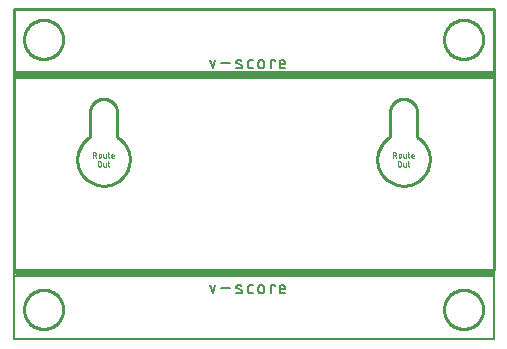
<source format=gko>
G04 EAGLE Gerber RS-274X export*
G75*
%MOMM*%
%FSLAX34Y34*%
%LPD*%
%IN*%
%IPPOS*%
%AMOC8*
5,1,8,0,0,1.08239X$1,22.5*%
G01*
%ADD10C,0.203200*%
%ADD11C,0.304800*%
%ADD12C,0.000000*%
%ADD13C,0.050800*%
%ADD14C,0.254000*%


D10*
X0Y58420D02*
X406400Y58420D01*
X406400Y220980D01*
X0Y220980D01*
X0Y58420D01*
X0Y220980D02*
X0Y279400D01*
X406400Y279400D01*
X406400Y220980D01*
X406400Y58420D02*
X406400Y0D01*
X0Y0D01*
X0Y58420D01*
X1270Y226060D02*
X406400Y226060D01*
X406400Y53340D02*
X1270Y53340D01*
D11*
X1270Y223520D02*
X405130Y223520D01*
X405130Y55880D02*
X2540Y55880D01*
D10*
X166116Y46228D02*
X168487Y39116D01*
X170857Y46228D01*
X175980Y43265D02*
X183092Y43265D01*
X189484Y43265D02*
X192447Y42079D01*
X189484Y43264D02*
X189413Y43295D01*
X189343Y43329D01*
X189275Y43366D01*
X189210Y43407D01*
X189146Y43452D01*
X189085Y43499D01*
X189026Y43550D01*
X188969Y43603D01*
X188916Y43659D01*
X188865Y43718D01*
X188818Y43779D01*
X188773Y43843D01*
X188732Y43908D01*
X188694Y43976D01*
X188660Y44046D01*
X188629Y44117D01*
X188602Y44189D01*
X188579Y44263D01*
X188559Y44338D01*
X188543Y44414D01*
X188531Y44491D01*
X188523Y44568D01*
X188519Y44645D01*
X188518Y44723D01*
X188522Y44800D01*
X188529Y44878D01*
X188541Y44954D01*
X188556Y45030D01*
X188575Y45106D01*
X188598Y45180D01*
X188624Y45253D01*
X188654Y45324D01*
X188688Y45394D01*
X188725Y45462D01*
X188766Y45528D01*
X188810Y45592D01*
X188857Y45654D01*
X188907Y45713D01*
X188960Y45769D01*
X189016Y45823D01*
X189074Y45874D01*
X189135Y45922D01*
X189198Y45967D01*
X189264Y46009D01*
X189331Y46047D01*
X189401Y46082D01*
X189472Y46113D01*
X189544Y46141D01*
X189618Y46164D01*
X189693Y46185D01*
X189768Y46201D01*
X189845Y46214D01*
X189922Y46222D01*
X189999Y46227D01*
X190077Y46228D01*
X190076Y46228D02*
X190238Y46224D01*
X190400Y46216D01*
X190561Y46204D01*
X190722Y46188D01*
X190883Y46168D01*
X191043Y46145D01*
X191202Y46117D01*
X191361Y46086D01*
X191519Y46051D01*
X191676Y46012D01*
X191832Y45969D01*
X191987Y45923D01*
X192141Y45873D01*
X192294Y45819D01*
X192445Y45761D01*
X192595Y45700D01*
X192743Y45636D01*
X192448Y42080D02*
X192519Y42049D01*
X192589Y42015D01*
X192657Y41978D01*
X192722Y41937D01*
X192786Y41892D01*
X192847Y41845D01*
X192906Y41794D01*
X192963Y41741D01*
X193016Y41685D01*
X193067Y41626D01*
X193114Y41565D01*
X193159Y41501D01*
X193200Y41436D01*
X193238Y41368D01*
X193272Y41298D01*
X193303Y41227D01*
X193330Y41155D01*
X193353Y41081D01*
X193373Y41006D01*
X193389Y40930D01*
X193401Y40853D01*
X193409Y40776D01*
X193413Y40699D01*
X193414Y40621D01*
X193410Y40544D01*
X193403Y40466D01*
X193391Y40390D01*
X193376Y40314D01*
X193357Y40238D01*
X193334Y40164D01*
X193308Y40091D01*
X193278Y40020D01*
X193244Y39950D01*
X193207Y39882D01*
X193166Y39816D01*
X193122Y39752D01*
X193075Y39690D01*
X193025Y39631D01*
X192972Y39575D01*
X192916Y39521D01*
X192858Y39470D01*
X192797Y39422D01*
X192734Y39377D01*
X192668Y39335D01*
X192601Y39297D01*
X192531Y39262D01*
X192461Y39231D01*
X192388Y39203D01*
X192314Y39180D01*
X192239Y39159D01*
X192164Y39143D01*
X192087Y39130D01*
X192010Y39122D01*
X191933Y39117D01*
X191855Y39116D01*
X191854Y39116D02*
X191617Y39122D01*
X191379Y39134D01*
X191142Y39151D01*
X190906Y39175D01*
X190670Y39203D01*
X190434Y39237D01*
X190200Y39277D01*
X189967Y39322D01*
X189734Y39373D01*
X189503Y39429D01*
X189274Y39491D01*
X189046Y39558D01*
X188819Y39631D01*
X188595Y39709D01*
X200299Y39116D02*
X202670Y39116D01*
X200299Y39116D02*
X200217Y39118D01*
X200135Y39124D01*
X200053Y39133D01*
X199972Y39146D01*
X199892Y39163D01*
X199812Y39184D01*
X199734Y39208D01*
X199657Y39236D01*
X199581Y39267D01*
X199506Y39302D01*
X199434Y39341D01*
X199363Y39382D01*
X199294Y39427D01*
X199228Y39475D01*
X199163Y39526D01*
X199101Y39580D01*
X199042Y39637D01*
X198985Y39696D01*
X198931Y39758D01*
X198880Y39823D01*
X198832Y39889D01*
X198787Y39958D01*
X198746Y40029D01*
X198707Y40101D01*
X198672Y40176D01*
X198641Y40252D01*
X198613Y40329D01*
X198589Y40407D01*
X198568Y40487D01*
X198551Y40567D01*
X198538Y40648D01*
X198529Y40730D01*
X198523Y40812D01*
X198521Y40894D01*
X198521Y44450D01*
X198523Y44532D01*
X198529Y44614D01*
X198538Y44696D01*
X198551Y44777D01*
X198568Y44857D01*
X198589Y44937D01*
X198613Y45015D01*
X198641Y45092D01*
X198672Y45168D01*
X198707Y45243D01*
X198746Y45315D01*
X198787Y45386D01*
X198832Y45455D01*
X198880Y45521D01*
X198931Y45586D01*
X198985Y45648D01*
X199042Y45707D01*
X199101Y45764D01*
X199163Y45818D01*
X199228Y45869D01*
X199294Y45917D01*
X199363Y45962D01*
X199434Y46003D01*
X199506Y46042D01*
X199581Y46077D01*
X199657Y46108D01*
X199734Y46136D01*
X199812Y46160D01*
X199892Y46181D01*
X199972Y46198D01*
X200053Y46211D01*
X200135Y46220D01*
X200217Y46226D01*
X200299Y46228D01*
X202670Y46228D01*
X207264Y43857D02*
X207264Y41487D01*
X207264Y43857D02*
X207266Y43954D01*
X207272Y44050D01*
X207282Y44146D01*
X207296Y44242D01*
X207313Y44337D01*
X207335Y44432D01*
X207360Y44525D01*
X207389Y44617D01*
X207422Y44708D01*
X207459Y44798D01*
X207499Y44886D01*
X207543Y44972D01*
X207590Y45056D01*
X207640Y45139D01*
X207694Y45219D01*
X207752Y45297D01*
X207812Y45373D01*
X207875Y45446D01*
X207941Y45516D01*
X208011Y45584D01*
X208082Y45649D01*
X208157Y45711D01*
X208234Y45769D01*
X208313Y45825D01*
X208394Y45877D01*
X208478Y45926D01*
X208563Y45972D01*
X208650Y46014D01*
X208739Y46052D01*
X208829Y46087D01*
X208921Y46118D01*
X209014Y46145D01*
X209107Y46169D01*
X209202Y46188D01*
X209298Y46204D01*
X209394Y46216D01*
X209490Y46224D01*
X209587Y46228D01*
X209683Y46228D01*
X209780Y46224D01*
X209876Y46216D01*
X209972Y46204D01*
X210068Y46188D01*
X210163Y46169D01*
X210256Y46145D01*
X210349Y46118D01*
X210441Y46087D01*
X210531Y46052D01*
X210620Y46014D01*
X210707Y45972D01*
X210792Y45926D01*
X210876Y45877D01*
X210957Y45825D01*
X211036Y45769D01*
X211113Y45711D01*
X211188Y45649D01*
X211259Y45584D01*
X211329Y45516D01*
X211395Y45446D01*
X211458Y45373D01*
X211518Y45297D01*
X211576Y45219D01*
X211630Y45139D01*
X211680Y45056D01*
X211727Y44972D01*
X211771Y44886D01*
X211811Y44798D01*
X211848Y44708D01*
X211881Y44617D01*
X211910Y44525D01*
X211935Y44432D01*
X211957Y44337D01*
X211974Y44242D01*
X211988Y44146D01*
X211998Y44050D01*
X212004Y43954D01*
X212006Y43857D01*
X212005Y43857D02*
X212005Y41487D01*
X212006Y41487D02*
X212004Y41390D01*
X211998Y41294D01*
X211988Y41198D01*
X211974Y41102D01*
X211957Y41007D01*
X211935Y40912D01*
X211910Y40819D01*
X211881Y40727D01*
X211848Y40636D01*
X211811Y40546D01*
X211771Y40458D01*
X211727Y40372D01*
X211680Y40288D01*
X211630Y40205D01*
X211576Y40125D01*
X211518Y40047D01*
X211458Y39971D01*
X211395Y39898D01*
X211329Y39828D01*
X211259Y39760D01*
X211188Y39695D01*
X211113Y39633D01*
X211036Y39575D01*
X210957Y39519D01*
X210876Y39467D01*
X210792Y39418D01*
X210707Y39372D01*
X210620Y39330D01*
X210531Y39292D01*
X210441Y39257D01*
X210349Y39226D01*
X210256Y39199D01*
X210163Y39175D01*
X210068Y39156D01*
X209972Y39140D01*
X209876Y39128D01*
X209780Y39120D01*
X209683Y39116D01*
X209587Y39116D01*
X209490Y39120D01*
X209394Y39128D01*
X209298Y39140D01*
X209202Y39156D01*
X209107Y39175D01*
X209014Y39199D01*
X208921Y39226D01*
X208829Y39257D01*
X208739Y39292D01*
X208650Y39330D01*
X208563Y39372D01*
X208478Y39418D01*
X208394Y39467D01*
X208313Y39519D01*
X208234Y39575D01*
X208157Y39633D01*
X208082Y39695D01*
X208011Y39760D01*
X207941Y39828D01*
X207875Y39898D01*
X207812Y39971D01*
X207752Y40047D01*
X207694Y40125D01*
X207640Y40205D01*
X207590Y40288D01*
X207543Y40372D01*
X207499Y40458D01*
X207459Y40546D01*
X207422Y40636D01*
X207389Y40727D01*
X207360Y40819D01*
X207335Y40912D01*
X207313Y41007D01*
X207296Y41102D01*
X207282Y41198D01*
X207272Y41294D01*
X207266Y41390D01*
X207264Y41487D01*
X217651Y39116D02*
X217651Y46228D01*
X221207Y46228D01*
X221207Y45043D01*
X226949Y39116D02*
X229912Y39116D01*
X226949Y39116D02*
X226867Y39118D01*
X226785Y39124D01*
X226703Y39133D01*
X226622Y39146D01*
X226542Y39163D01*
X226462Y39184D01*
X226384Y39208D01*
X226307Y39236D01*
X226231Y39267D01*
X226156Y39302D01*
X226084Y39341D01*
X226013Y39382D01*
X225944Y39427D01*
X225878Y39475D01*
X225813Y39526D01*
X225751Y39580D01*
X225692Y39637D01*
X225635Y39696D01*
X225581Y39758D01*
X225530Y39823D01*
X225482Y39889D01*
X225437Y39958D01*
X225396Y40029D01*
X225357Y40101D01*
X225322Y40176D01*
X225291Y40252D01*
X225263Y40329D01*
X225239Y40407D01*
X225218Y40487D01*
X225201Y40567D01*
X225188Y40648D01*
X225179Y40730D01*
X225173Y40812D01*
X225171Y40894D01*
X225171Y43857D01*
X225173Y43954D01*
X225179Y44050D01*
X225189Y44146D01*
X225203Y44242D01*
X225220Y44337D01*
X225242Y44432D01*
X225267Y44525D01*
X225296Y44617D01*
X225329Y44708D01*
X225366Y44798D01*
X225406Y44886D01*
X225450Y44972D01*
X225497Y45056D01*
X225547Y45139D01*
X225601Y45219D01*
X225659Y45297D01*
X225719Y45373D01*
X225782Y45446D01*
X225848Y45516D01*
X225918Y45584D01*
X225989Y45649D01*
X226064Y45711D01*
X226141Y45769D01*
X226220Y45825D01*
X226301Y45877D01*
X226385Y45926D01*
X226470Y45972D01*
X226557Y46014D01*
X226646Y46052D01*
X226736Y46087D01*
X226828Y46118D01*
X226921Y46145D01*
X227014Y46169D01*
X227109Y46188D01*
X227205Y46204D01*
X227301Y46216D01*
X227397Y46224D01*
X227494Y46228D01*
X227590Y46228D01*
X227687Y46224D01*
X227783Y46216D01*
X227879Y46204D01*
X227975Y46188D01*
X228070Y46169D01*
X228163Y46145D01*
X228256Y46118D01*
X228348Y46087D01*
X228438Y46052D01*
X228527Y46014D01*
X228614Y45972D01*
X228699Y45926D01*
X228783Y45877D01*
X228864Y45825D01*
X228943Y45769D01*
X229020Y45711D01*
X229095Y45649D01*
X229166Y45584D01*
X229236Y45516D01*
X229302Y45446D01*
X229365Y45373D01*
X229425Y45297D01*
X229483Y45219D01*
X229537Y45139D01*
X229587Y45056D01*
X229634Y44972D01*
X229678Y44886D01*
X229718Y44798D01*
X229755Y44708D01*
X229788Y44617D01*
X229817Y44525D01*
X229842Y44432D01*
X229864Y44337D01*
X229881Y44242D01*
X229895Y44146D01*
X229905Y44050D01*
X229911Y43954D01*
X229913Y43857D01*
X229912Y43857D02*
X229912Y42672D01*
X225171Y42672D01*
X168487Y229616D02*
X166116Y236728D01*
X170857Y236728D02*
X168487Y229616D01*
X175980Y233765D02*
X183092Y233765D01*
X189484Y233765D02*
X192447Y232579D01*
X189484Y233764D02*
X189413Y233795D01*
X189343Y233829D01*
X189275Y233866D01*
X189210Y233907D01*
X189146Y233952D01*
X189085Y233999D01*
X189026Y234050D01*
X188969Y234103D01*
X188916Y234159D01*
X188865Y234218D01*
X188818Y234279D01*
X188773Y234343D01*
X188732Y234408D01*
X188694Y234476D01*
X188660Y234546D01*
X188629Y234617D01*
X188602Y234689D01*
X188579Y234763D01*
X188559Y234838D01*
X188543Y234914D01*
X188531Y234991D01*
X188523Y235068D01*
X188519Y235145D01*
X188518Y235223D01*
X188522Y235300D01*
X188529Y235378D01*
X188541Y235454D01*
X188556Y235530D01*
X188575Y235606D01*
X188598Y235680D01*
X188624Y235753D01*
X188654Y235824D01*
X188688Y235894D01*
X188725Y235962D01*
X188766Y236028D01*
X188810Y236092D01*
X188857Y236154D01*
X188907Y236213D01*
X188960Y236269D01*
X189016Y236323D01*
X189074Y236374D01*
X189135Y236422D01*
X189198Y236467D01*
X189264Y236509D01*
X189331Y236547D01*
X189401Y236582D01*
X189472Y236613D01*
X189544Y236641D01*
X189618Y236664D01*
X189693Y236685D01*
X189768Y236701D01*
X189845Y236714D01*
X189922Y236722D01*
X189999Y236727D01*
X190077Y236728D01*
X190076Y236728D02*
X190238Y236724D01*
X190400Y236716D01*
X190561Y236704D01*
X190722Y236688D01*
X190883Y236668D01*
X191043Y236645D01*
X191202Y236617D01*
X191361Y236586D01*
X191519Y236551D01*
X191676Y236512D01*
X191832Y236469D01*
X191987Y236423D01*
X192141Y236373D01*
X192294Y236319D01*
X192445Y236261D01*
X192595Y236200D01*
X192743Y236136D01*
X192448Y232580D02*
X192519Y232549D01*
X192589Y232515D01*
X192657Y232478D01*
X192722Y232437D01*
X192786Y232392D01*
X192847Y232345D01*
X192906Y232294D01*
X192963Y232241D01*
X193016Y232185D01*
X193067Y232126D01*
X193114Y232065D01*
X193159Y232001D01*
X193200Y231936D01*
X193238Y231868D01*
X193272Y231798D01*
X193303Y231727D01*
X193330Y231655D01*
X193353Y231581D01*
X193373Y231506D01*
X193389Y231430D01*
X193401Y231353D01*
X193409Y231276D01*
X193413Y231199D01*
X193414Y231121D01*
X193410Y231044D01*
X193403Y230966D01*
X193391Y230890D01*
X193376Y230814D01*
X193357Y230738D01*
X193334Y230664D01*
X193308Y230591D01*
X193278Y230520D01*
X193244Y230450D01*
X193207Y230382D01*
X193166Y230316D01*
X193122Y230252D01*
X193075Y230190D01*
X193025Y230131D01*
X192972Y230075D01*
X192916Y230021D01*
X192858Y229970D01*
X192797Y229922D01*
X192734Y229877D01*
X192668Y229835D01*
X192601Y229797D01*
X192531Y229762D01*
X192461Y229731D01*
X192388Y229703D01*
X192314Y229680D01*
X192239Y229659D01*
X192164Y229643D01*
X192087Y229630D01*
X192010Y229622D01*
X191933Y229617D01*
X191855Y229616D01*
X191854Y229616D02*
X191617Y229622D01*
X191379Y229634D01*
X191142Y229651D01*
X190906Y229675D01*
X190670Y229703D01*
X190434Y229737D01*
X190200Y229777D01*
X189967Y229822D01*
X189734Y229873D01*
X189503Y229929D01*
X189274Y229991D01*
X189046Y230058D01*
X188819Y230131D01*
X188595Y230209D01*
X200299Y229616D02*
X202670Y229616D01*
X200299Y229616D02*
X200217Y229618D01*
X200135Y229624D01*
X200053Y229633D01*
X199972Y229646D01*
X199892Y229663D01*
X199812Y229684D01*
X199734Y229708D01*
X199657Y229736D01*
X199581Y229767D01*
X199506Y229802D01*
X199434Y229841D01*
X199363Y229882D01*
X199294Y229927D01*
X199228Y229975D01*
X199163Y230026D01*
X199101Y230080D01*
X199042Y230137D01*
X198985Y230196D01*
X198931Y230258D01*
X198880Y230323D01*
X198832Y230389D01*
X198787Y230458D01*
X198746Y230529D01*
X198707Y230601D01*
X198672Y230676D01*
X198641Y230752D01*
X198613Y230829D01*
X198589Y230907D01*
X198568Y230987D01*
X198551Y231067D01*
X198538Y231148D01*
X198529Y231230D01*
X198523Y231312D01*
X198521Y231394D01*
X198521Y234950D01*
X198523Y235032D01*
X198529Y235114D01*
X198538Y235196D01*
X198551Y235277D01*
X198568Y235357D01*
X198589Y235437D01*
X198613Y235515D01*
X198641Y235592D01*
X198672Y235668D01*
X198707Y235743D01*
X198746Y235815D01*
X198787Y235886D01*
X198832Y235955D01*
X198880Y236021D01*
X198931Y236086D01*
X198985Y236148D01*
X199042Y236207D01*
X199101Y236264D01*
X199163Y236318D01*
X199228Y236369D01*
X199294Y236417D01*
X199363Y236462D01*
X199434Y236503D01*
X199506Y236542D01*
X199581Y236577D01*
X199657Y236608D01*
X199734Y236636D01*
X199812Y236660D01*
X199892Y236681D01*
X199972Y236698D01*
X200053Y236711D01*
X200135Y236720D01*
X200217Y236726D01*
X200299Y236728D01*
X202670Y236728D01*
X207264Y234357D02*
X207264Y231987D01*
X207264Y234357D02*
X207266Y234454D01*
X207272Y234550D01*
X207282Y234646D01*
X207296Y234742D01*
X207313Y234837D01*
X207335Y234932D01*
X207360Y235025D01*
X207389Y235117D01*
X207422Y235208D01*
X207459Y235298D01*
X207499Y235386D01*
X207543Y235472D01*
X207590Y235556D01*
X207640Y235639D01*
X207694Y235719D01*
X207752Y235797D01*
X207812Y235873D01*
X207875Y235946D01*
X207941Y236016D01*
X208011Y236084D01*
X208082Y236149D01*
X208157Y236211D01*
X208234Y236269D01*
X208313Y236325D01*
X208394Y236377D01*
X208478Y236426D01*
X208563Y236472D01*
X208650Y236514D01*
X208739Y236552D01*
X208829Y236587D01*
X208921Y236618D01*
X209014Y236645D01*
X209107Y236669D01*
X209202Y236688D01*
X209298Y236704D01*
X209394Y236716D01*
X209490Y236724D01*
X209587Y236728D01*
X209683Y236728D01*
X209780Y236724D01*
X209876Y236716D01*
X209972Y236704D01*
X210068Y236688D01*
X210163Y236669D01*
X210256Y236645D01*
X210349Y236618D01*
X210441Y236587D01*
X210531Y236552D01*
X210620Y236514D01*
X210707Y236472D01*
X210792Y236426D01*
X210876Y236377D01*
X210957Y236325D01*
X211036Y236269D01*
X211113Y236211D01*
X211188Y236149D01*
X211259Y236084D01*
X211329Y236016D01*
X211395Y235946D01*
X211458Y235873D01*
X211518Y235797D01*
X211576Y235719D01*
X211630Y235639D01*
X211680Y235556D01*
X211727Y235472D01*
X211771Y235386D01*
X211811Y235298D01*
X211848Y235208D01*
X211881Y235117D01*
X211910Y235025D01*
X211935Y234932D01*
X211957Y234837D01*
X211974Y234742D01*
X211988Y234646D01*
X211998Y234550D01*
X212004Y234454D01*
X212006Y234357D01*
X212005Y234357D02*
X212005Y231987D01*
X212006Y231987D02*
X212004Y231890D01*
X211998Y231794D01*
X211988Y231698D01*
X211974Y231602D01*
X211957Y231507D01*
X211935Y231412D01*
X211910Y231319D01*
X211881Y231227D01*
X211848Y231136D01*
X211811Y231046D01*
X211771Y230958D01*
X211727Y230872D01*
X211680Y230788D01*
X211630Y230705D01*
X211576Y230625D01*
X211518Y230547D01*
X211458Y230471D01*
X211395Y230398D01*
X211329Y230328D01*
X211259Y230260D01*
X211188Y230195D01*
X211113Y230133D01*
X211036Y230075D01*
X210957Y230019D01*
X210876Y229967D01*
X210792Y229918D01*
X210707Y229872D01*
X210620Y229830D01*
X210531Y229792D01*
X210441Y229757D01*
X210349Y229726D01*
X210256Y229699D01*
X210163Y229675D01*
X210068Y229656D01*
X209972Y229640D01*
X209876Y229628D01*
X209780Y229620D01*
X209683Y229616D01*
X209587Y229616D01*
X209490Y229620D01*
X209394Y229628D01*
X209298Y229640D01*
X209202Y229656D01*
X209107Y229675D01*
X209014Y229699D01*
X208921Y229726D01*
X208829Y229757D01*
X208739Y229792D01*
X208650Y229830D01*
X208563Y229872D01*
X208478Y229918D01*
X208394Y229967D01*
X208313Y230019D01*
X208234Y230075D01*
X208157Y230133D01*
X208082Y230195D01*
X208011Y230260D01*
X207941Y230328D01*
X207875Y230398D01*
X207812Y230471D01*
X207752Y230547D01*
X207694Y230625D01*
X207640Y230705D01*
X207590Y230788D01*
X207543Y230872D01*
X207499Y230958D01*
X207459Y231046D01*
X207422Y231136D01*
X207389Y231227D01*
X207360Y231319D01*
X207335Y231412D01*
X207313Y231507D01*
X207296Y231602D01*
X207282Y231698D01*
X207272Y231794D01*
X207266Y231890D01*
X207264Y231987D01*
X217651Y229616D02*
X217651Y236728D01*
X221207Y236728D01*
X221207Y235543D01*
X226949Y229616D02*
X229912Y229616D01*
X226949Y229616D02*
X226867Y229618D01*
X226785Y229624D01*
X226703Y229633D01*
X226622Y229646D01*
X226542Y229663D01*
X226462Y229684D01*
X226384Y229708D01*
X226307Y229736D01*
X226231Y229767D01*
X226156Y229802D01*
X226084Y229841D01*
X226013Y229882D01*
X225944Y229927D01*
X225878Y229975D01*
X225813Y230026D01*
X225751Y230080D01*
X225692Y230137D01*
X225635Y230196D01*
X225581Y230258D01*
X225530Y230323D01*
X225482Y230389D01*
X225437Y230458D01*
X225396Y230529D01*
X225357Y230601D01*
X225322Y230676D01*
X225291Y230752D01*
X225263Y230829D01*
X225239Y230907D01*
X225218Y230987D01*
X225201Y231067D01*
X225188Y231148D01*
X225179Y231230D01*
X225173Y231312D01*
X225171Y231394D01*
X225171Y234357D01*
X225173Y234454D01*
X225179Y234550D01*
X225189Y234646D01*
X225203Y234742D01*
X225220Y234837D01*
X225242Y234932D01*
X225267Y235025D01*
X225296Y235117D01*
X225329Y235208D01*
X225366Y235298D01*
X225406Y235386D01*
X225450Y235472D01*
X225497Y235556D01*
X225547Y235639D01*
X225601Y235719D01*
X225659Y235797D01*
X225719Y235873D01*
X225782Y235946D01*
X225848Y236016D01*
X225918Y236084D01*
X225989Y236149D01*
X226064Y236211D01*
X226141Y236269D01*
X226220Y236325D01*
X226301Y236377D01*
X226385Y236426D01*
X226470Y236472D01*
X226557Y236514D01*
X226646Y236552D01*
X226736Y236587D01*
X226828Y236618D01*
X226921Y236645D01*
X227014Y236669D01*
X227109Y236688D01*
X227205Y236704D01*
X227301Y236716D01*
X227397Y236724D01*
X227494Y236728D01*
X227590Y236728D01*
X227687Y236724D01*
X227783Y236716D01*
X227879Y236704D01*
X227975Y236688D01*
X228070Y236669D01*
X228163Y236645D01*
X228256Y236618D01*
X228348Y236587D01*
X228438Y236552D01*
X228527Y236514D01*
X228614Y236472D01*
X228699Y236426D01*
X228783Y236377D01*
X228864Y236325D01*
X228943Y236269D01*
X229020Y236211D01*
X229095Y236149D01*
X229166Y236084D01*
X229236Y236016D01*
X229302Y235946D01*
X229365Y235873D01*
X229425Y235797D01*
X229483Y235719D01*
X229537Y235639D01*
X229587Y235556D01*
X229634Y235472D01*
X229678Y235386D01*
X229718Y235298D01*
X229755Y235208D01*
X229788Y235117D01*
X229817Y235025D01*
X229842Y234932D01*
X229864Y234837D01*
X229881Y234742D01*
X229895Y234646D01*
X229905Y234550D01*
X229911Y234454D01*
X229913Y234357D01*
X229912Y234357D02*
X229912Y233172D01*
X225171Y233172D01*
D12*
X364490Y25400D02*
X364495Y25805D01*
X364510Y26210D01*
X364535Y26615D01*
X364570Y27018D01*
X364614Y27421D01*
X364669Y27823D01*
X364733Y28223D01*
X364807Y28621D01*
X364891Y29017D01*
X364985Y29412D01*
X365088Y29803D01*
X365201Y30193D01*
X365323Y30579D01*
X365455Y30962D01*
X365596Y31342D01*
X365747Y31718D01*
X365906Y32091D01*
X366075Y32459D01*
X366253Y32823D01*
X366439Y33183D01*
X366635Y33538D01*
X366839Y33888D01*
X367051Y34233D01*
X367272Y34572D01*
X367502Y34907D01*
X367739Y35235D01*
X367984Y35557D01*
X368238Y35874D01*
X368498Y36184D01*
X368767Y36487D01*
X369043Y36784D01*
X369326Y37074D01*
X369616Y37357D01*
X369913Y37633D01*
X370216Y37902D01*
X370526Y38162D01*
X370843Y38416D01*
X371165Y38661D01*
X371493Y38898D01*
X371828Y39128D01*
X372167Y39349D01*
X372512Y39561D01*
X372862Y39765D01*
X373217Y39961D01*
X373577Y40147D01*
X373941Y40325D01*
X374309Y40494D01*
X374682Y40653D01*
X375058Y40804D01*
X375438Y40945D01*
X375821Y41077D01*
X376207Y41199D01*
X376597Y41312D01*
X376988Y41415D01*
X377383Y41509D01*
X377779Y41593D01*
X378177Y41667D01*
X378577Y41731D01*
X378979Y41786D01*
X379382Y41830D01*
X379785Y41865D01*
X380190Y41890D01*
X380595Y41905D01*
X381000Y41910D01*
X381405Y41905D01*
X381810Y41890D01*
X382215Y41865D01*
X382618Y41830D01*
X383021Y41786D01*
X383423Y41731D01*
X383823Y41667D01*
X384221Y41593D01*
X384617Y41509D01*
X385012Y41415D01*
X385403Y41312D01*
X385793Y41199D01*
X386179Y41077D01*
X386562Y40945D01*
X386942Y40804D01*
X387318Y40653D01*
X387691Y40494D01*
X388059Y40325D01*
X388423Y40147D01*
X388783Y39961D01*
X389138Y39765D01*
X389488Y39561D01*
X389833Y39349D01*
X390172Y39128D01*
X390507Y38898D01*
X390835Y38661D01*
X391157Y38416D01*
X391474Y38162D01*
X391784Y37902D01*
X392087Y37633D01*
X392384Y37357D01*
X392674Y37074D01*
X392957Y36784D01*
X393233Y36487D01*
X393502Y36184D01*
X393762Y35874D01*
X394016Y35557D01*
X394261Y35235D01*
X394498Y34907D01*
X394728Y34572D01*
X394949Y34233D01*
X395161Y33888D01*
X395365Y33538D01*
X395561Y33183D01*
X395747Y32823D01*
X395925Y32459D01*
X396094Y32091D01*
X396253Y31718D01*
X396404Y31342D01*
X396545Y30962D01*
X396677Y30579D01*
X396799Y30193D01*
X396912Y29803D01*
X397015Y29412D01*
X397109Y29017D01*
X397193Y28621D01*
X397267Y28223D01*
X397331Y27823D01*
X397386Y27421D01*
X397430Y27018D01*
X397465Y26615D01*
X397490Y26210D01*
X397505Y25805D01*
X397510Y25400D01*
X397505Y24995D01*
X397490Y24590D01*
X397465Y24185D01*
X397430Y23782D01*
X397386Y23379D01*
X397331Y22977D01*
X397267Y22577D01*
X397193Y22179D01*
X397109Y21783D01*
X397015Y21388D01*
X396912Y20997D01*
X396799Y20607D01*
X396677Y20221D01*
X396545Y19838D01*
X396404Y19458D01*
X396253Y19082D01*
X396094Y18709D01*
X395925Y18341D01*
X395747Y17977D01*
X395561Y17617D01*
X395365Y17262D01*
X395161Y16912D01*
X394949Y16567D01*
X394728Y16228D01*
X394498Y15893D01*
X394261Y15565D01*
X394016Y15243D01*
X393762Y14926D01*
X393502Y14616D01*
X393233Y14313D01*
X392957Y14016D01*
X392674Y13726D01*
X392384Y13443D01*
X392087Y13167D01*
X391784Y12898D01*
X391474Y12638D01*
X391157Y12384D01*
X390835Y12139D01*
X390507Y11902D01*
X390172Y11672D01*
X389833Y11451D01*
X389488Y11239D01*
X389138Y11035D01*
X388783Y10839D01*
X388423Y10653D01*
X388059Y10475D01*
X387691Y10306D01*
X387318Y10147D01*
X386942Y9996D01*
X386562Y9855D01*
X386179Y9723D01*
X385793Y9601D01*
X385403Y9488D01*
X385012Y9385D01*
X384617Y9291D01*
X384221Y9207D01*
X383823Y9133D01*
X383423Y9069D01*
X383021Y9014D01*
X382618Y8970D01*
X382215Y8935D01*
X381810Y8910D01*
X381405Y8895D01*
X381000Y8890D01*
X380595Y8895D01*
X380190Y8910D01*
X379785Y8935D01*
X379382Y8970D01*
X378979Y9014D01*
X378577Y9069D01*
X378177Y9133D01*
X377779Y9207D01*
X377383Y9291D01*
X376988Y9385D01*
X376597Y9488D01*
X376207Y9601D01*
X375821Y9723D01*
X375438Y9855D01*
X375058Y9996D01*
X374682Y10147D01*
X374309Y10306D01*
X373941Y10475D01*
X373577Y10653D01*
X373217Y10839D01*
X372862Y11035D01*
X372512Y11239D01*
X372167Y11451D01*
X371828Y11672D01*
X371493Y11902D01*
X371165Y12139D01*
X370843Y12384D01*
X370526Y12638D01*
X370216Y12898D01*
X369913Y13167D01*
X369616Y13443D01*
X369326Y13726D01*
X369043Y14016D01*
X368767Y14313D01*
X368498Y14616D01*
X368238Y14926D01*
X367984Y15243D01*
X367739Y15565D01*
X367502Y15893D01*
X367272Y16228D01*
X367051Y16567D01*
X366839Y16912D01*
X366635Y17262D01*
X366439Y17617D01*
X366253Y17977D01*
X366075Y18341D01*
X365906Y18709D01*
X365747Y19082D01*
X365596Y19458D01*
X365455Y19838D01*
X365323Y20221D01*
X365201Y20607D01*
X365088Y20997D01*
X364985Y21388D01*
X364891Y21783D01*
X364807Y22179D01*
X364733Y22577D01*
X364669Y22977D01*
X364614Y23379D01*
X364570Y23782D01*
X364535Y24185D01*
X364510Y24590D01*
X364495Y24995D01*
X364490Y25400D01*
X8890Y254000D02*
X8895Y254405D01*
X8910Y254810D01*
X8935Y255215D01*
X8970Y255618D01*
X9014Y256021D01*
X9069Y256423D01*
X9133Y256823D01*
X9207Y257221D01*
X9291Y257617D01*
X9385Y258012D01*
X9488Y258403D01*
X9601Y258793D01*
X9723Y259179D01*
X9855Y259562D01*
X9996Y259942D01*
X10147Y260318D01*
X10306Y260691D01*
X10475Y261059D01*
X10653Y261423D01*
X10839Y261783D01*
X11035Y262138D01*
X11239Y262488D01*
X11451Y262833D01*
X11672Y263172D01*
X11902Y263507D01*
X12139Y263835D01*
X12384Y264157D01*
X12638Y264474D01*
X12898Y264784D01*
X13167Y265087D01*
X13443Y265384D01*
X13726Y265674D01*
X14016Y265957D01*
X14313Y266233D01*
X14616Y266502D01*
X14926Y266762D01*
X15243Y267016D01*
X15565Y267261D01*
X15893Y267498D01*
X16228Y267728D01*
X16567Y267949D01*
X16912Y268161D01*
X17262Y268365D01*
X17617Y268561D01*
X17977Y268747D01*
X18341Y268925D01*
X18709Y269094D01*
X19082Y269253D01*
X19458Y269404D01*
X19838Y269545D01*
X20221Y269677D01*
X20607Y269799D01*
X20997Y269912D01*
X21388Y270015D01*
X21783Y270109D01*
X22179Y270193D01*
X22577Y270267D01*
X22977Y270331D01*
X23379Y270386D01*
X23782Y270430D01*
X24185Y270465D01*
X24590Y270490D01*
X24995Y270505D01*
X25400Y270510D01*
X25805Y270505D01*
X26210Y270490D01*
X26615Y270465D01*
X27018Y270430D01*
X27421Y270386D01*
X27823Y270331D01*
X28223Y270267D01*
X28621Y270193D01*
X29017Y270109D01*
X29412Y270015D01*
X29803Y269912D01*
X30193Y269799D01*
X30579Y269677D01*
X30962Y269545D01*
X31342Y269404D01*
X31718Y269253D01*
X32091Y269094D01*
X32459Y268925D01*
X32823Y268747D01*
X33183Y268561D01*
X33538Y268365D01*
X33888Y268161D01*
X34233Y267949D01*
X34572Y267728D01*
X34907Y267498D01*
X35235Y267261D01*
X35557Y267016D01*
X35874Y266762D01*
X36184Y266502D01*
X36487Y266233D01*
X36784Y265957D01*
X37074Y265674D01*
X37357Y265384D01*
X37633Y265087D01*
X37902Y264784D01*
X38162Y264474D01*
X38416Y264157D01*
X38661Y263835D01*
X38898Y263507D01*
X39128Y263172D01*
X39349Y262833D01*
X39561Y262488D01*
X39765Y262138D01*
X39961Y261783D01*
X40147Y261423D01*
X40325Y261059D01*
X40494Y260691D01*
X40653Y260318D01*
X40804Y259942D01*
X40945Y259562D01*
X41077Y259179D01*
X41199Y258793D01*
X41312Y258403D01*
X41415Y258012D01*
X41509Y257617D01*
X41593Y257221D01*
X41667Y256823D01*
X41731Y256423D01*
X41786Y256021D01*
X41830Y255618D01*
X41865Y255215D01*
X41890Y254810D01*
X41905Y254405D01*
X41910Y254000D01*
X41905Y253595D01*
X41890Y253190D01*
X41865Y252785D01*
X41830Y252382D01*
X41786Y251979D01*
X41731Y251577D01*
X41667Y251177D01*
X41593Y250779D01*
X41509Y250383D01*
X41415Y249988D01*
X41312Y249597D01*
X41199Y249207D01*
X41077Y248821D01*
X40945Y248438D01*
X40804Y248058D01*
X40653Y247682D01*
X40494Y247309D01*
X40325Y246941D01*
X40147Y246577D01*
X39961Y246217D01*
X39765Y245862D01*
X39561Y245512D01*
X39349Y245167D01*
X39128Y244828D01*
X38898Y244493D01*
X38661Y244165D01*
X38416Y243843D01*
X38162Y243526D01*
X37902Y243216D01*
X37633Y242913D01*
X37357Y242616D01*
X37074Y242326D01*
X36784Y242043D01*
X36487Y241767D01*
X36184Y241498D01*
X35874Y241238D01*
X35557Y240984D01*
X35235Y240739D01*
X34907Y240502D01*
X34572Y240272D01*
X34233Y240051D01*
X33888Y239839D01*
X33538Y239635D01*
X33183Y239439D01*
X32823Y239253D01*
X32459Y239075D01*
X32091Y238906D01*
X31718Y238747D01*
X31342Y238596D01*
X30962Y238455D01*
X30579Y238323D01*
X30193Y238201D01*
X29803Y238088D01*
X29412Y237985D01*
X29017Y237891D01*
X28621Y237807D01*
X28223Y237733D01*
X27823Y237669D01*
X27421Y237614D01*
X27018Y237570D01*
X26615Y237535D01*
X26210Y237510D01*
X25805Y237495D01*
X25400Y237490D01*
X24995Y237495D01*
X24590Y237510D01*
X24185Y237535D01*
X23782Y237570D01*
X23379Y237614D01*
X22977Y237669D01*
X22577Y237733D01*
X22179Y237807D01*
X21783Y237891D01*
X21388Y237985D01*
X20997Y238088D01*
X20607Y238201D01*
X20221Y238323D01*
X19838Y238455D01*
X19458Y238596D01*
X19082Y238747D01*
X18709Y238906D01*
X18341Y239075D01*
X17977Y239253D01*
X17617Y239439D01*
X17262Y239635D01*
X16912Y239839D01*
X16567Y240051D01*
X16228Y240272D01*
X15893Y240502D01*
X15565Y240739D01*
X15243Y240984D01*
X14926Y241238D01*
X14616Y241498D01*
X14313Y241767D01*
X14016Y242043D01*
X13726Y242326D01*
X13443Y242616D01*
X13167Y242913D01*
X12898Y243216D01*
X12638Y243526D01*
X12384Y243843D01*
X12139Y244165D01*
X11902Y244493D01*
X11672Y244828D01*
X11451Y245167D01*
X11239Y245512D01*
X11035Y245862D01*
X10839Y246217D01*
X10653Y246577D01*
X10475Y246941D01*
X10306Y247309D01*
X10147Y247682D01*
X9996Y248058D01*
X9855Y248438D01*
X9723Y248821D01*
X9601Y249207D01*
X9488Y249597D01*
X9385Y249988D01*
X9291Y250383D01*
X9207Y250779D01*
X9133Y251177D01*
X9069Y251577D01*
X9014Y251979D01*
X8970Y252382D01*
X8935Y252785D01*
X8910Y253190D01*
X8895Y253595D01*
X8890Y254000D01*
X8890Y25400D02*
X8895Y25805D01*
X8910Y26210D01*
X8935Y26615D01*
X8970Y27018D01*
X9014Y27421D01*
X9069Y27823D01*
X9133Y28223D01*
X9207Y28621D01*
X9291Y29017D01*
X9385Y29412D01*
X9488Y29803D01*
X9601Y30193D01*
X9723Y30579D01*
X9855Y30962D01*
X9996Y31342D01*
X10147Y31718D01*
X10306Y32091D01*
X10475Y32459D01*
X10653Y32823D01*
X10839Y33183D01*
X11035Y33538D01*
X11239Y33888D01*
X11451Y34233D01*
X11672Y34572D01*
X11902Y34907D01*
X12139Y35235D01*
X12384Y35557D01*
X12638Y35874D01*
X12898Y36184D01*
X13167Y36487D01*
X13443Y36784D01*
X13726Y37074D01*
X14016Y37357D01*
X14313Y37633D01*
X14616Y37902D01*
X14926Y38162D01*
X15243Y38416D01*
X15565Y38661D01*
X15893Y38898D01*
X16228Y39128D01*
X16567Y39349D01*
X16912Y39561D01*
X17262Y39765D01*
X17617Y39961D01*
X17977Y40147D01*
X18341Y40325D01*
X18709Y40494D01*
X19082Y40653D01*
X19458Y40804D01*
X19838Y40945D01*
X20221Y41077D01*
X20607Y41199D01*
X20997Y41312D01*
X21388Y41415D01*
X21783Y41509D01*
X22179Y41593D01*
X22577Y41667D01*
X22977Y41731D01*
X23379Y41786D01*
X23782Y41830D01*
X24185Y41865D01*
X24590Y41890D01*
X24995Y41905D01*
X25400Y41910D01*
X25805Y41905D01*
X26210Y41890D01*
X26615Y41865D01*
X27018Y41830D01*
X27421Y41786D01*
X27823Y41731D01*
X28223Y41667D01*
X28621Y41593D01*
X29017Y41509D01*
X29412Y41415D01*
X29803Y41312D01*
X30193Y41199D01*
X30579Y41077D01*
X30962Y40945D01*
X31342Y40804D01*
X31718Y40653D01*
X32091Y40494D01*
X32459Y40325D01*
X32823Y40147D01*
X33183Y39961D01*
X33538Y39765D01*
X33888Y39561D01*
X34233Y39349D01*
X34572Y39128D01*
X34907Y38898D01*
X35235Y38661D01*
X35557Y38416D01*
X35874Y38162D01*
X36184Y37902D01*
X36487Y37633D01*
X36784Y37357D01*
X37074Y37074D01*
X37357Y36784D01*
X37633Y36487D01*
X37902Y36184D01*
X38162Y35874D01*
X38416Y35557D01*
X38661Y35235D01*
X38898Y34907D01*
X39128Y34572D01*
X39349Y34233D01*
X39561Y33888D01*
X39765Y33538D01*
X39961Y33183D01*
X40147Y32823D01*
X40325Y32459D01*
X40494Y32091D01*
X40653Y31718D01*
X40804Y31342D01*
X40945Y30962D01*
X41077Y30579D01*
X41199Y30193D01*
X41312Y29803D01*
X41415Y29412D01*
X41509Y29017D01*
X41593Y28621D01*
X41667Y28223D01*
X41731Y27823D01*
X41786Y27421D01*
X41830Y27018D01*
X41865Y26615D01*
X41890Y26210D01*
X41905Y25805D01*
X41910Y25400D01*
X41905Y24995D01*
X41890Y24590D01*
X41865Y24185D01*
X41830Y23782D01*
X41786Y23379D01*
X41731Y22977D01*
X41667Y22577D01*
X41593Y22179D01*
X41509Y21783D01*
X41415Y21388D01*
X41312Y20997D01*
X41199Y20607D01*
X41077Y20221D01*
X40945Y19838D01*
X40804Y19458D01*
X40653Y19082D01*
X40494Y18709D01*
X40325Y18341D01*
X40147Y17977D01*
X39961Y17617D01*
X39765Y17262D01*
X39561Y16912D01*
X39349Y16567D01*
X39128Y16228D01*
X38898Y15893D01*
X38661Y15565D01*
X38416Y15243D01*
X38162Y14926D01*
X37902Y14616D01*
X37633Y14313D01*
X37357Y14016D01*
X37074Y13726D01*
X36784Y13443D01*
X36487Y13167D01*
X36184Y12898D01*
X35874Y12638D01*
X35557Y12384D01*
X35235Y12139D01*
X34907Y11902D01*
X34572Y11672D01*
X34233Y11451D01*
X33888Y11239D01*
X33538Y11035D01*
X33183Y10839D01*
X32823Y10653D01*
X32459Y10475D01*
X32091Y10306D01*
X31718Y10147D01*
X31342Y9996D01*
X30962Y9855D01*
X30579Y9723D01*
X30193Y9601D01*
X29803Y9488D01*
X29412Y9385D01*
X29017Y9291D01*
X28621Y9207D01*
X28223Y9133D01*
X27823Y9069D01*
X27421Y9014D01*
X27018Y8970D01*
X26615Y8935D01*
X26210Y8910D01*
X25805Y8895D01*
X25400Y8890D01*
X24995Y8895D01*
X24590Y8910D01*
X24185Y8935D01*
X23782Y8970D01*
X23379Y9014D01*
X22977Y9069D01*
X22577Y9133D01*
X22179Y9207D01*
X21783Y9291D01*
X21388Y9385D01*
X20997Y9488D01*
X20607Y9601D01*
X20221Y9723D01*
X19838Y9855D01*
X19458Y9996D01*
X19082Y10147D01*
X18709Y10306D01*
X18341Y10475D01*
X17977Y10653D01*
X17617Y10839D01*
X17262Y11035D01*
X16912Y11239D01*
X16567Y11451D01*
X16228Y11672D01*
X15893Y11902D01*
X15565Y12139D01*
X15243Y12384D01*
X14926Y12638D01*
X14616Y12898D01*
X14313Y13167D01*
X14016Y13443D01*
X13726Y13726D01*
X13443Y14016D01*
X13167Y14313D01*
X12898Y14616D01*
X12638Y14926D01*
X12384Y15243D01*
X12139Y15565D01*
X11902Y15893D01*
X11672Y16228D01*
X11451Y16567D01*
X11239Y16912D01*
X11035Y17262D01*
X10839Y17617D01*
X10653Y17977D01*
X10475Y18341D01*
X10306Y18709D01*
X10147Y19082D01*
X9996Y19458D01*
X9855Y19838D01*
X9723Y20221D01*
X9601Y20607D01*
X9488Y20997D01*
X9385Y21388D01*
X9291Y21783D01*
X9207Y22179D01*
X9133Y22577D01*
X9069Y22977D01*
X9014Y23379D01*
X8970Y23782D01*
X8935Y24185D01*
X8910Y24590D01*
X8895Y24995D01*
X8890Y25400D01*
X364490Y254000D02*
X364495Y254405D01*
X364510Y254810D01*
X364535Y255215D01*
X364570Y255618D01*
X364614Y256021D01*
X364669Y256423D01*
X364733Y256823D01*
X364807Y257221D01*
X364891Y257617D01*
X364985Y258012D01*
X365088Y258403D01*
X365201Y258793D01*
X365323Y259179D01*
X365455Y259562D01*
X365596Y259942D01*
X365747Y260318D01*
X365906Y260691D01*
X366075Y261059D01*
X366253Y261423D01*
X366439Y261783D01*
X366635Y262138D01*
X366839Y262488D01*
X367051Y262833D01*
X367272Y263172D01*
X367502Y263507D01*
X367739Y263835D01*
X367984Y264157D01*
X368238Y264474D01*
X368498Y264784D01*
X368767Y265087D01*
X369043Y265384D01*
X369326Y265674D01*
X369616Y265957D01*
X369913Y266233D01*
X370216Y266502D01*
X370526Y266762D01*
X370843Y267016D01*
X371165Y267261D01*
X371493Y267498D01*
X371828Y267728D01*
X372167Y267949D01*
X372512Y268161D01*
X372862Y268365D01*
X373217Y268561D01*
X373577Y268747D01*
X373941Y268925D01*
X374309Y269094D01*
X374682Y269253D01*
X375058Y269404D01*
X375438Y269545D01*
X375821Y269677D01*
X376207Y269799D01*
X376597Y269912D01*
X376988Y270015D01*
X377383Y270109D01*
X377779Y270193D01*
X378177Y270267D01*
X378577Y270331D01*
X378979Y270386D01*
X379382Y270430D01*
X379785Y270465D01*
X380190Y270490D01*
X380595Y270505D01*
X381000Y270510D01*
X381405Y270505D01*
X381810Y270490D01*
X382215Y270465D01*
X382618Y270430D01*
X383021Y270386D01*
X383423Y270331D01*
X383823Y270267D01*
X384221Y270193D01*
X384617Y270109D01*
X385012Y270015D01*
X385403Y269912D01*
X385793Y269799D01*
X386179Y269677D01*
X386562Y269545D01*
X386942Y269404D01*
X387318Y269253D01*
X387691Y269094D01*
X388059Y268925D01*
X388423Y268747D01*
X388783Y268561D01*
X389138Y268365D01*
X389488Y268161D01*
X389833Y267949D01*
X390172Y267728D01*
X390507Y267498D01*
X390835Y267261D01*
X391157Y267016D01*
X391474Y266762D01*
X391784Y266502D01*
X392087Y266233D01*
X392384Y265957D01*
X392674Y265674D01*
X392957Y265384D01*
X393233Y265087D01*
X393502Y264784D01*
X393762Y264474D01*
X394016Y264157D01*
X394261Y263835D01*
X394498Y263507D01*
X394728Y263172D01*
X394949Y262833D01*
X395161Y262488D01*
X395365Y262138D01*
X395561Y261783D01*
X395747Y261423D01*
X395925Y261059D01*
X396094Y260691D01*
X396253Y260318D01*
X396404Y259942D01*
X396545Y259562D01*
X396677Y259179D01*
X396799Y258793D01*
X396912Y258403D01*
X397015Y258012D01*
X397109Y257617D01*
X397193Y257221D01*
X397267Y256823D01*
X397331Y256423D01*
X397386Y256021D01*
X397430Y255618D01*
X397465Y255215D01*
X397490Y254810D01*
X397505Y254405D01*
X397510Y254000D01*
X397505Y253595D01*
X397490Y253190D01*
X397465Y252785D01*
X397430Y252382D01*
X397386Y251979D01*
X397331Y251577D01*
X397267Y251177D01*
X397193Y250779D01*
X397109Y250383D01*
X397015Y249988D01*
X396912Y249597D01*
X396799Y249207D01*
X396677Y248821D01*
X396545Y248438D01*
X396404Y248058D01*
X396253Y247682D01*
X396094Y247309D01*
X395925Y246941D01*
X395747Y246577D01*
X395561Y246217D01*
X395365Y245862D01*
X395161Y245512D01*
X394949Y245167D01*
X394728Y244828D01*
X394498Y244493D01*
X394261Y244165D01*
X394016Y243843D01*
X393762Y243526D01*
X393502Y243216D01*
X393233Y242913D01*
X392957Y242616D01*
X392674Y242326D01*
X392384Y242043D01*
X392087Y241767D01*
X391784Y241498D01*
X391474Y241238D01*
X391157Y240984D01*
X390835Y240739D01*
X390507Y240502D01*
X390172Y240272D01*
X389833Y240051D01*
X389488Y239839D01*
X389138Y239635D01*
X388783Y239439D01*
X388423Y239253D01*
X388059Y239075D01*
X387691Y238906D01*
X387318Y238747D01*
X386942Y238596D01*
X386562Y238455D01*
X386179Y238323D01*
X385793Y238201D01*
X385403Y238088D01*
X385012Y237985D01*
X384617Y237891D01*
X384221Y237807D01*
X383823Y237733D01*
X383423Y237669D01*
X383021Y237614D01*
X382618Y237570D01*
X382215Y237535D01*
X381810Y237510D01*
X381405Y237495D01*
X381000Y237490D01*
X380595Y237495D01*
X380190Y237510D01*
X379785Y237535D01*
X379382Y237570D01*
X378979Y237614D01*
X378577Y237669D01*
X378177Y237733D01*
X377779Y237807D01*
X377383Y237891D01*
X376988Y237985D01*
X376597Y238088D01*
X376207Y238201D01*
X375821Y238323D01*
X375438Y238455D01*
X375058Y238596D01*
X374682Y238747D01*
X374309Y238906D01*
X373941Y239075D01*
X373577Y239253D01*
X373217Y239439D01*
X372862Y239635D01*
X372512Y239839D01*
X372167Y240051D01*
X371828Y240272D01*
X371493Y240502D01*
X371165Y240739D01*
X370843Y240984D01*
X370526Y241238D01*
X370216Y241498D01*
X369913Y241767D01*
X369616Y242043D01*
X369326Y242326D01*
X369043Y242616D01*
X368767Y242913D01*
X368498Y243216D01*
X368238Y243526D01*
X367984Y243843D01*
X367739Y244165D01*
X367502Y244493D01*
X367272Y244828D01*
X367051Y245167D01*
X366839Y245512D01*
X366635Y245862D01*
X366439Y246217D01*
X366253Y246577D01*
X366075Y246941D01*
X365906Y247309D01*
X365747Y247682D01*
X365596Y248058D01*
X365455Y248438D01*
X365323Y248821D01*
X365201Y249207D01*
X365088Y249597D01*
X364985Y249988D01*
X364891Y250383D01*
X364807Y250779D01*
X364733Y251177D01*
X364669Y251577D01*
X364614Y251979D01*
X364570Y252382D01*
X364535Y252785D01*
X364510Y253190D01*
X364495Y253595D01*
X364490Y254000D01*
D10*
X341630Y192400D02*
X341630Y171450D01*
X341630Y192400D02*
X341627Y192678D01*
X341616Y192956D01*
X341600Y193234D01*
X341576Y193512D01*
X341545Y193788D01*
X341508Y194064D01*
X341464Y194339D01*
X341414Y194613D01*
X341357Y194885D01*
X341293Y195156D01*
X341222Y195425D01*
X341145Y195693D01*
X341062Y195959D01*
X340972Y196222D01*
X340876Y196483D01*
X340773Y196742D01*
X340664Y196998D01*
X340549Y197252D01*
X340428Y197502D01*
X340301Y197750D01*
X340168Y197994D01*
X340028Y198235D01*
X339883Y198473D01*
X339733Y198707D01*
X339576Y198937D01*
X339414Y199163D01*
X339247Y199386D01*
X339074Y199604D01*
X338896Y199818D01*
X338713Y200027D01*
X338524Y200232D01*
X338331Y200433D01*
X338133Y200628D01*
X337931Y200819D01*
X337723Y201005D01*
X337511Y201186D01*
X337295Y201361D01*
X337075Y201531D01*
X336851Y201696D01*
X336622Y201855D01*
X336390Y202009D01*
X336154Y202157D01*
X335915Y202299D01*
X335672Y202435D01*
X335426Y202565D01*
X335177Y202689D01*
X334925Y202808D01*
X334670Y202920D01*
X334413Y203025D01*
X334153Y203125D01*
X333891Y203218D01*
X333626Y203304D01*
X333359Y203385D01*
X333091Y203458D01*
X332821Y203525D01*
X332549Y203586D01*
X332276Y203640D01*
X332002Y203687D01*
X331726Y203728D01*
X331450Y203761D01*
X331173Y203789D01*
X330895Y203809D01*
X330617Y203822D01*
X330339Y203829D01*
X330061Y203829D01*
X329783Y203822D01*
X329505Y203809D01*
X329227Y203789D01*
X328950Y203761D01*
X328674Y203728D01*
X328398Y203687D01*
X328124Y203640D01*
X327851Y203586D01*
X327579Y203525D01*
X327309Y203458D01*
X327041Y203385D01*
X326774Y203304D01*
X326509Y203218D01*
X326247Y203125D01*
X325987Y203025D01*
X325730Y202920D01*
X325475Y202808D01*
X325223Y202689D01*
X324974Y202565D01*
X324728Y202435D01*
X324485Y202299D01*
X324246Y202157D01*
X324010Y202009D01*
X323778Y201855D01*
X323549Y201696D01*
X323325Y201531D01*
X323105Y201361D01*
X322889Y201186D01*
X322677Y201005D01*
X322469Y200819D01*
X322267Y200628D01*
X322069Y200433D01*
X321876Y200232D01*
X321687Y200027D01*
X321504Y199818D01*
X321326Y199604D01*
X321153Y199386D01*
X320986Y199163D01*
X320824Y198937D01*
X320667Y198707D01*
X320517Y198473D01*
X320372Y198235D01*
X320232Y197994D01*
X320099Y197750D01*
X319972Y197502D01*
X319851Y197252D01*
X319736Y196998D01*
X319627Y196742D01*
X319524Y196483D01*
X319428Y196222D01*
X319338Y195959D01*
X319255Y195693D01*
X319178Y195425D01*
X319107Y195156D01*
X319043Y194885D01*
X318986Y194613D01*
X318936Y194339D01*
X318892Y194064D01*
X318855Y193788D01*
X318824Y193512D01*
X318800Y193234D01*
X318784Y192956D01*
X318773Y192678D01*
X318770Y192400D01*
X318770Y171450D01*
D13*
X321519Y158396D02*
X321519Y153904D01*
X321519Y158396D02*
X322766Y158396D01*
X322835Y158394D01*
X322903Y158388D01*
X322971Y158379D01*
X323039Y158366D01*
X323106Y158349D01*
X323171Y158328D01*
X323236Y158304D01*
X323299Y158277D01*
X323360Y158246D01*
X323420Y158211D01*
X323477Y158174D01*
X323533Y158133D01*
X323586Y158089D01*
X323636Y158043D01*
X323684Y157993D01*
X323729Y157941D01*
X323772Y157887D01*
X323811Y157831D01*
X323847Y157772D01*
X323880Y157712D01*
X323909Y157649D01*
X323935Y157586D01*
X323957Y157521D01*
X323976Y157454D01*
X323991Y157387D01*
X324002Y157319D01*
X324010Y157251D01*
X324014Y157182D01*
X324014Y157114D01*
X324010Y157045D01*
X324002Y156977D01*
X323991Y156909D01*
X323976Y156842D01*
X323957Y156775D01*
X323935Y156710D01*
X323909Y156647D01*
X323880Y156584D01*
X323847Y156524D01*
X323811Y156465D01*
X323772Y156409D01*
X323729Y156355D01*
X323684Y156303D01*
X323636Y156253D01*
X323586Y156207D01*
X323533Y156163D01*
X323477Y156122D01*
X323420Y156085D01*
X323360Y156050D01*
X323299Y156019D01*
X323236Y155992D01*
X323171Y155968D01*
X323106Y155947D01*
X323039Y155930D01*
X322971Y155917D01*
X322903Y155908D01*
X322835Y155902D01*
X322766Y155900D01*
X321519Y155900D01*
X323016Y155900D02*
X324014Y153904D01*
X325935Y154902D02*
X325935Y155900D01*
X325937Y155961D01*
X325943Y156023D01*
X325952Y156083D01*
X325965Y156143D01*
X325982Y156203D01*
X326002Y156261D01*
X326026Y156317D01*
X326054Y156372D01*
X326084Y156425D01*
X326118Y156477D01*
X326155Y156526D01*
X326195Y156572D01*
X326238Y156616D01*
X326284Y156658D01*
X326332Y156696D01*
X326382Y156732D01*
X326434Y156764D01*
X326488Y156793D01*
X326544Y156819D01*
X326601Y156841D01*
X326660Y156860D01*
X326719Y156875D01*
X326780Y156886D01*
X326841Y156894D01*
X326902Y156898D01*
X326964Y156898D01*
X327025Y156894D01*
X327086Y156886D01*
X327147Y156875D01*
X327206Y156860D01*
X327265Y156841D01*
X327322Y156819D01*
X327378Y156793D01*
X327432Y156764D01*
X327484Y156732D01*
X327534Y156696D01*
X327582Y156658D01*
X327628Y156616D01*
X327671Y156572D01*
X327711Y156526D01*
X327748Y156477D01*
X327782Y156425D01*
X327812Y156372D01*
X327840Y156317D01*
X327864Y156261D01*
X327884Y156203D01*
X327901Y156143D01*
X327914Y156083D01*
X327923Y156023D01*
X327929Y155961D01*
X327931Y155900D01*
X327932Y155900D02*
X327932Y154902D01*
X327931Y154902D02*
X327929Y154841D01*
X327923Y154779D01*
X327914Y154719D01*
X327901Y154659D01*
X327884Y154599D01*
X327864Y154541D01*
X327840Y154485D01*
X327812Y154430D01*
X327782Y154377D01*
X327748Y154325D01*
X327711Y154276D01*
X327671Y154230D01*
X327628Y154186D01*
X327582Y154144D01*
X327534Y154106D01*
X327484Y154070D01*
X327432Y154038D01*
X327378Y154009D01*
X327322Y153983D01*
X327265Y153961D01*
X327206Y153942D01*
X327147Y153927D01*
X327086Y153916D01*
X327025Y153908D01*
X326964Y153904D01*
X326902Y153904D01*
X326841Y153908D01*
X326780Y153916D01*
X326719Y153927D01*
X326660Y153942D01*
X326601Y153961D01*
X326544Y153983D01*
X326488Y154009D01*
X326434Y154038D01*
X326382Y154070D01*
X326332Y154106D01*
X326284Y154144D01*
X326238Y154186D01*
X326195Y154230D01*
X326155Y154276D01*
X326118Y154325D01*
X326084Y154377D01*
X326054Y154430D01*
X326026Y154485D01*
X326002Y154541D01*
X325982Y154599D01*
X325965Y154659D01*
X325952Y154719D01*
X325943Y154779D01*
X325937Y154841D01*
X325935Y154902D01*
X329985Y154653D02*
X329985Y156899D01*
X329985Y154653D02*
X329987Y154600D01*
X329993Y154546D01*
X330002Y154494D01*
X330015Y154442D01*
X330032Y154391D01*
X330053Y154342D01*
X330077Y154294D01*
X330104Y154248D01*
X330134Y154204D01*
X330168Y154163D01*
X330204Y154123D01*
X330244Y154087D01*
X330285Y154053D01*
X330329Y154023D01*
X330375Y153996D01*
X330423Y153972D01*
X330472Y153951D01*
X330523Y153934D01*
X330575Y153921D01*
X330627Y153912D01*
X330681Y153906D01*
X330734Y153904D01*
X331982Y153904D01*
X331982Y156899D01*
X333643Y156899D02*
X335141Y156899D01*
X334143Y158396D02*
X334143Y154653D01*
X334142Y154653D02*
X334144Y154600D01*
X334150Y154546D01*
X334159Y154494D01*
X334172Y154442D01*
X334189Y154391D01*
X334210Y154342D01*
X334234Y154294D01*
X334261Y154248D01*
X334291Y154204D01*
X334325Y154163D01*
X334361Y154123D01*
X334401Y154087D01*
X334442Y154053D01*
X334486Y154023D01*
X334532Y153996D01*
X334580Y153972D01*
X334629Y153951D01*
X334680Y153934D01*
X334732Y153921D01*
X334784Y153912D01*
X334838Y153906D01*
X334891Y153904D01*
X335141Y153904D01*
X337634Y153904D02*
X338882Y153904D01*
X337634Y153904D02*
X337581Y153906D01*
X337527Y153912D01*
X337475Y153921D01*
X337423Y153934D01*
X337372Y153951D01*
X337323Y153972D01*
X337275Y153996D01*
X337229Y154023D01*
X337185Y154053D01*
X337144Y154087D01*
X337104Y154123D01*
X337068Y154163D01*
X337034Y154204D01*
X337004Y154248D01*
X336977Y154294D01*
X336953Y154342D01*
X336932Y154391D01*
X336915Y154442D01*
X336902Y154494D01*
X336893Y154546D01*
X336887Y154600D01*
X336885Y154653D01*
X336885Y155900D01*
X336887Y155961D01*
X336893Y156023D01*
X336902Y156083D01*
X336915Y156143D01*
X336932Y156203D01*
X336952Y156261D01*
X336976Y156317D01*
X337004Y156372D01*
X337034Y156425D01*
X337068Y156477D01*
X337105Y156526D01*
X337145Y156572D01*
X337188Y156616D01*
X337234Y156658D01*
X337282Y156696D01*
X337332Y156732D01*
X337384Y156764D01*
X337438Y156793D01*
X337494Y156819D01*
X337551Y156841D01*
X337610Y156860D01*
X337669Y156875D01*
X337730Y156886D01*
X337791Y156894D01*
X337852Y156898D01*
X337914Y156898D01*
X337975Y156894D01*
X338036Y156886D01*
X338097Y156875D01*
X338156Y156860D01*
X338215Y156841D01*
X338272Y156819D01*
X338328Y156793D01*
X338382Y156764D01*
X338434Y156732D01*
X338484Y156696D01*
X338532Y156658D01*
X338578Y156616D01*
X338621Y156572D01*
X338661Y156526D01*
X338698Y156477D01*
X338732Y156425D01*
X338762Y156372D01*
X338790Y156317D01*
X338814Y156261D01*
X338834Y156203D01*
X338851Y156143D01*
X338864Y156083D01*
X338873Y156023D01*
X338879Y155961D01*
X338881Y155900D01*
X338882Y155900D02*
X338882Y155401D01*
X336885Y155401D01*
X325322Y149648D02*
X325322Y147652D01*
X325322Y149648D02*
X325324Y149717D01*
X325330Y149785D01*
X325339Y149853D01*
X325352Y149921D01*
X325369Y149988D01*
X325390Y150053D01*
X325414Y150118D01*
X325441Y150181D01*
X325472Y150242D01*
X325507Y150302D01*
X325544Y150359D01*
X325585Y150415D01*
X325629Y150468D01*
X325675Y150518D01*
X325725Y150566D01*
X325777Y150611D01*
X325831Y150654D01*
X325887Y150693D01*
X325946Y150729D01*
X326006Y150762D01*
X326069Y150791D01*
X326132Y150817D01*
X326197Y150839D01*
X326264Y150858D01*
X326331Y150873D01*
X326399Y150884D01*
X326467Y150892D01*
X326536Y150896D01*
X326604Y150896D01*
X326673Y150892D01*
X326741Y150884D01*
X326809Y150873D01*
X326876Y150858D01*
X326943Y150839D01*
X327008Y150817D01*
X327071Y150791D01*
X327134Y150762D01*
X327194Y150729D01*
X327253Y150693D01*
X327309Y150654D01*
X327363Y150611D01*
X327415Y150566D01*
X327465Y150518D01*
X327511Y150468D01*
X327555Y150415D01*
X327596Y150359D01*
X327633Y150302D01*
X327668Y150242D01*
X327699Y150181D01*
X327726Y150118D01*
X327750Y150053D01*
X327771Y149988D01*
X327788Y149921D01*
X327801Y149853D01*
X327810Y149785D01*
X327816Y149717D01*
X327818Y149648D01*
X327818Y147652D01*
X327816Y147583D01*
X327810Y147515D01*
X327801Y147447D01*
X327788Y147379D01*
X327771Y147312D01*
X327750Y147247D01*
X327726Y147182D01*
X327699Y147119D01*
X327668Y147058D01*
X327633Y146998D01*
X327596Y146941D01*
X327555Y146885D01*
X327511Y146832D01*
X327465Y146782D01*
X327415Y146734D01*
X327363Y146689D01*
X327309Y146646D01*
X327253Y146607D01*
X327194Y146571D01*
X327134Y146538D01*
X327071Y146509D01*
X327008Y146483D01*
X326943Y146461D01*
X326876Y146442D01*
X326809Y146427D01*
X326741Y146416D01*
X326673Y146408D01*
X326604Y146404D01*
X326536Y146404D01*
X326467Y146408D01*
X326399Y146416D01*
X326331Y146427D01*
X326264Y146442D01*
X326197Y146461D01*
X326132Y146483D01*
X326069Y146509D01*
X326006Y146538D01*
X325946Y146571D01*
X325887Y146607D01*
X325831Y146646D01*
X325777Y146689D01*
X325725Y146734D01*
X325675Y146782D01*
X325629Y146832D01*
X325585Y146885D01*
X325544Y146941D01*
X325507Y146998D01*
X325472Y147058D01*
X325441Y147119D01*
X325414Y147182D01*
X325390Y147247D01*
X325369Y147312D01*
X325352Y147379D01*
X325339Y147447D01*
X325330Y147515D01*
X325324Y147583D01*
X325322Y147652D01*
X329922Y147153D02*
X329922Y149399D01*
X329922Y147153D02*
X329924Y147100D01*
X329930Y147046D01*
X329939Y146994D01*
X329952Y146942D01*
X329969Y146891D01*
X329990Y146842D01*
X330014Y146794D01*
X330041Y146748D01*
X330071Y146704D01*
X330105Y146663D01*
X330141Y146623D01*
X330181Y146587D01*
X330222Y146553D01*
X330266Y146523D01*
X330312Y146496D01*
X330360Y146472D01*
X330409Y146451D01*
X330460Y146434D01*
X330512Y146421D01*
X330564Y146412D01*
X330618Y146406D01*
X330671Y146404D01*
X331918Y146404D01*
X331918Y149399D01*
X333580Y149399D02*
X335078Y149399D01*
X334079Y150896D02*
X334079Y147153D01*
X334081Y147100D01*
X334087Y147046D01*
X334096Y146994D01*
X334109Y146942D01*
X334126Y146891D01*
X334147Y146842D01*
X334171Y146794D01*
X334198Y146748D01*
X334228Y146704D01*
X334262Y146663D01*
X334298Y146623D01*
X334338Y146587D01*
X334379Y146553D01*
X334423Y146523D01*
X334469Y146496D01*
X334517Y146472D01*
X334566Y146451D01*
X334617Y146434D01*
X334669Y146421D01*
X334721Y146412D01*
X334775Y146406D01*
X334828Y146404D01*
X335078Y146404D01*
D10*
X341630Y171450D02*
X342094Y171164D01*
X342551Y170866D01*
X343000Y170558D01*
X343442Y170238D01*
X343876Y169908D01*
X344301Y169567D01*
X344718Y169216D01*
X345126Y168855D01*
X345526Y168483D01*
X345916Y168103D01*
X346296Y167712D01*
X346667Y167313D01*
X347028Y166904D01*
X347379Y166487D01*
X347719Y166061D01*
X348049Y165627D01*
X348368Y165185D01*
X348677Y164736D01*
X348974Y164278D01*
X349260Y163814D01*
X349534Y163343D01*
X349797Y162865D01*
X350047Y162381D01*
X350286Y161891D01*
X350513Y161396D01*
X350728Y160895D01*
X350930Y160388D01*
X351120Y159877D01*
X351297Y159362D01*
X351462Y158842D01*
X351613Y158318D01*
X351752Y157791D01*
X351878Y157261D01*
X351990Y156727D01*
X352090Y156191D01*
X352177Y155653D01*
X352250Y155113D01*
X352310Y154571D01*
X352356Y154028D01*
X352390Y153484D01*
X352409Y152939D01*
X352416Y152394D01*
X352409Y151849D01*
X352389Y151304D01*
X352355Y150760D01*
X352308Y150217D01*
X352248Y149675D01*
X352175Y149135D01*
X352088Y148597D01*
X351988Y148061D01*
X351875Y147527D01*
X351749Y146997D01*
X351610Y146470D01*
X351458Y145946D01*
X351293Y145427D01*
X351116Y144911D01*
X350926Y144400D01*
X350723Y143894D01*
X350508Y143393D01*
X350281Y142897D01*
X350042Y142408D01*
X349791Y141924D01*
X349528Y141446D01*
X349253Y140975D01*
X348967Y140511D01*
X348670Y140054D01*
X348361Y139605D01*
X348042Y139163D01*
X347712Y138729D01*
X347371Y138304D01*
X347020Y137887D01*
X346659Y137478D01*
X346288Y137079D01*
X345907Y136689D01*
X345517Y136308D01*
X345117Y135937D01*
X344709Y135576D01*
X344292Y135225D01*
X343866Y134885D01*
X343432Y134554D01*
X342990Y134235D01*
X342541Y133927D01*
X342084Y133630D01*
X341619Y133344D01*
X341148Y133069D01*
X340671Y132806D01*
X340187Y132555D01*
X339697Y132316D01*
X339201Y132089D01*
X338700Y131875D01*
X338194Y131672D01*
X337683Y131482D01*
X337168Y131305D01*
X336648Y131140D01*
X336124Y130988D01*
X335597Y130850D01*
X335067Y130724D01*
X334533Y130611D01*
X333997Y130511D01*
X333459Y130424D01*
X332919Y130351D01*
X332377Y130291D01*
X331834Y130244D01*
X331290Y130211D01*
X330745Y130191D01*
X330200Y130184D01*
X329655Y130191D01*
X329110Y130211D01*
X328566Y130244D01*
X328023Y130291D01*
X327481Y130351D01*
X326941Y130424D01*
X326403Y130511D01*
X325867Y130611D01*
X325333Y130724D01*
X324803Y130850D01*
X324276Y130988D01*
X323752Y131140D01*
X323232Y131305D01*
X322717Y131482D01*
X322206Y131672D01*
X321700Y131875D01*
X321199Y132089D01*
X320703Y132316D01*
X320213Y132555D01*
X319729Y132806D01*
X319252Y133069D01*
X318781Y133344D01*
X318316Y133630D01*
X317859Y133927D01*
X317410Y134235D01*
X316968Y134554D01*
X316534Y134885D01*
X316108Y135225D01*
X315691Y135576D01*
X315283Y135937D01*
X314883Y136308D01*
X314493Y136689D01*
X314112Y137079D01*
X313741Y137478D01*
X313380Y137887D01*
X313029Y138304D01*
X312688Y138729D01*
X312358Y139163D01*
X312039Y139605D01*
X311730Y140054D01*
X311433Y140511D01*
X311147Y140975D01*
X310872Y141446D01*
X310609Y141924D01*
X310358Y142408D01*
X310119Y142897D01*
X309892Y143393D01*
X309677Y143894D01*
X309474Y144400D01*
X309284Y144911D01*
X309107Y145427D01*
X308942Y145946D01*
X308790Y146470D01*
X308651Y146997D01*
X308525Y147527D01*
X308412Y148061D01*
X308312Y148597D01*
X308225Y149135D01*
X308152Y149675D01*
X308092Y150217D01*
X308045Y150760D01*
X308011Y151304D01*
X307991Y151849D01*
X307984Y152394D01*
X307991Y152939D01*
X308010Y153484D01*
X308044Y154028D01*
X308090Y154571D01*
X308150Y155113D01*
X308223Y155653D01*
X308310Y156191D01*
X308410Y156727D01*
X308522Y157261D01*
X308648Y157791D01*
X308787Y158318D01*
X308938Y158842D01*
X309103Y159362D01*
X309280Y159877D01*
X309470Y160388D01*
X309672Y160895D01*
X309887Y161396D01*
X310114Y161891D01*
X310353Y162381D01*
X310603Y162865D01*
X310866Y163343D01*
X311140Y163814D01*
X311426Y164278D01*
X311723Y164736D01*
X312032Y165185D01*
X312351Y165627D01*
X312681Y166061D01*
X313021Y166487D01*
X313372Y166904D01*
X313733Y167313D01*
X314104Y167712D01*
X314484Y168103D01*
X314874Y168483D01*
X315274Y168855D01*
X315682Y169216D01*
X316099Y169567D01*
X316524Y169908D01*
X316958Y170238D01*
X317400Y170558D01*
X317849Y170866D01*
X318306Y171164D01*
X318770Y171450D01*
X87630Y171450D02*
X87630Y192400D01*
X87627Y192678D01*
X87616Y192956D01*
X87600Y193234D01*
X87576Y193512D01*
X87545Y193788D01*
X87508Y194064D01*
X87464Y194339D01*
X87414Y194613D01*
X87357Y194885D01*
X87293Y195156D01*
X87222Y195425D01*
X87145Y195693D01*
X87062Y195959D01*
X86972Y196222D01*
X86876Y196483D01*
X86773Y196742D01*
X86664Y196998D01*
X86549Y197252D01*
X86428Y197502D01*
X86301Y197750D01*
X86168Y197994D01*
X86028Y198235D01*
X85883Y198473D01*
X85733Y198707D01*
X85576Y198937D01*
X85414Y199163D01*
X85247Y199386D01*
X85074Y199604D01*
X84896Y199818D01*
X84713Y200027D01*
X84524Y200232D01*
X84331Y200433D01*
X84133Y200628D01*
X83931Y200819D01*
X83723Y201005D01*
X83511Y201186D01*
X83295Y201361D01*
X83075Y201531D01*
X82851Y201696D01*
X82622Y201855D01*
X82390Y202009D01*
X82154Y202157D01*
X81915Y202299D01*
X81672Y202435D01*
X81426Y202565D01*
X81177Y202689D01*
X80925Y202808D01*
X80670Y202920D01*
X80413Y203025D01*
X80153Y203125D01*
X79891Y203218D01*
X79626Y203304D01*
X79359Y203385D01*
X79091Y203458D01*
X78821Y203525D01*
X78549Y203586D01*
X78276Y203640D01*
X78002Y203687D01*
X77726Y203728D01*
X77450Y203761D01*
X77173Y203789D01*
X76895Y203809D01*
X76617Y203822D01*
X76339Y203829D01*
X76061Y203829D01*
X75783Y203822D01*
X75505Y203809D01*
X75227Y203789D01*
X74950Y203761D01*
X74674Y203728D01*
X74398Y203687D01*
X74124Y203640D01*
X73851Y203586D01*
X73579Y203525D01*
X73309Y203458D01*
X73041Y203385D01*
X72774Y203304D01*
X72509Y203218D01*
X72247Y203125D01*
X71987Y203025D01*
X71730Y202920D01*
X71475Y202808D01*
X71223Y202689D01*
X70974Y202565D01*
X70728Y202435D01*
X70485Y202299D01*
X70246Y202157D01*
X70010Y202009D01*
X69778Y201855D01*
X69549Y201696D01*
X69325Y201531D01*
X69105Y201361D01*
X68889Y201186D01*
X68677Y201005D01*
X68469Y200819D01*
X68267Y200628D01*
X68069Y200433D01*
X67876Y200232D01*
X67687Y200027D01*
X67504Y199818D01*
X67326Y199604D01*
X67153Y199386D01*
X66986Y199163D01*
X66824Y198937D01*
X66667Y198707D01*
X66517Y198473D01*
X66372Y198235D01*
X66232Y197994D01*
X66099Y197750D01*
X65972Y197502D01*
X65851Y197252D01*
X65736Y196998D01*
X65627Y196742D01*
X65524Y196483D01*
X65428Y196222D01*
X65338Y195959D01*
X65255Y195693D01*
X65178Y195425D01*
X65107Y195156D01*
X65043Y194885D01*
X64986Y194613D01*
X64936Y194339D01*
X64892Y194064D01*
X64855Y193788D01*
X64824Y193512D01*
X64800Y193234D01*
X64784Y192956D01*
X64773Y192678D01*
X64770Y192400D01*
X64770Y171450D01*
D13*
X67519Y158396D02*
X67519Y153904D01*
X67519Y158396D02*
X68766Y158396D01*
X68835Y158394D01*
X68903Y158388D01*
X68971Y158379D01*
X69039Y158366D01*
X69106Y158349D01*
X69171Y158328D01*
X69236Y158304D01*
X69299Y158277D01*
X69360Y158246D01*
X69420Y158211D01*
X69477Y158174D01*
X69533Y158133D01*
X69586Y158089D01*
X69636Y158043D01*
X69684Y157993D01*
X69729Y157941D01*
X69772Y157887D01*
X69811Y157831D01*
X69847Y157772D01*
X69880Y157712D01*
X69909Y157649D01*
X69935Y157586D01*
X69957Y157521D01*
X69976Y157454D01*
X69991Y157387D01*
X70002Y157319D01*
X70010Y157251D01*
X70014Y157182D01*
X70014Y157114D01*
X70010Y157045D01*
X70002Y156977D01*
X69991Y156909D01*
X69976Y156842D01*
X69957Y156775D01*
X69935Y156710D01*
X69909Y156647D01*
X69880Y156584D01*
X69847Y156524D01*
X69811Y156465D01*
X69772Y156409D01*
X69729Y156355D01*
X69684Y156303D01*
X69636Y156253D01*
X69586Y156207D01*
X69533Y156163D01*
X69477Y156122D01*
X69420Y156085D01*
X69360Y156050D01*
X69299Y156019D01*
X69236Y155992D01*
X69171Y155968D01*
X69106Y155947D01*
X69039Y155930D01*
X68971Y155917D01*
X68903Y155908D01*
X68835Y155902D01*
X68766Y155900D01*
X67519Y155900D01*
X69016Y155900D02*
X70014Y153904D01*
X71935Y154902D02*
X71935Y155900D01*
X71937Y155961D01*
X71943Y156023D01*
X71952Y156083D01*
X71965Y156143D01*
X71982Y156203D01*
X72002Y156261D01*
X72026Y156317D01*
X72054Y156372D01*
X72084Y156425D01*
X72118Y156477D01*
X72155Y156526D01*
X72195Y156572D01*
X72238Y156616D01*
X72284Y156658D01*
X72332Y156696D01*
X72382Y156732D01*
X72434Y156764D01*
X72488Y156793D01*
X72544Y156819D01*
X72601Y156841D01*
X72660Y156860D01*
X72719Y156875D01*
X72780Y156886D01*
X72841Y156894D01*
X72902Y156898D01*
X72964Y156898D01*
X73025Y156894D01*
X73086Y156886D01*
X73147Y156875D01*
X73206Y156860D01*
X73265Y156841D01*
X73322Y156819D01*
X73378Y156793D01*
X73432Y156764D01*
X73484Y156732D01*
X73534Y156696D01*
X73582Y156658D01*
X73628Y156616D01*
X73671Y156572D01*
X73711Y156526D01*
X73748Y156477D01*
X73782Y156425D01*
X73812Y156372D01*
X73840Y156317D01*
X73864Y156261D01*
X73884Y156203D01*
X73901Y156143D01*
X73914Y156083D01*
X73923Y156023D01*
X73929Y155961D01*
X73931Y155900D01*
X73932Y155900D02*
X73932Y154902D01*
X73931Y154902D02*
X73929Y154841D01*
X73923Y154779D01*
X73914Y154719D01*
X73901Y154659D01*
X73884Y154599D01*
X73864Y154541D01*
X73840Y154485D01*
X73812Y154430D01*
X73782Y154377D01*
X73748Y154325D01*
X73711Y154276D01*
X73671Y154230D01*
X73628Y154186D01*
X73582Y154144D01*
X73534Y154106D01*
X73484Y154070D01*
X73432Y154038D01*
X73378Y154009D01*
X73322Y153983D01*
X73265Y153961D01*
X73206Y153942D01*
X73147Y153927D01*
X73086Y153916D01*
X73025Y153908D01*
X72964Y153904D01*
X72902Y153904D01*
X72841Y153908D01*
X72780Y153916D01*
X72719Y153927D01*
X72660Y153942D01*
X72601Y153961D01*
X72544Y153983D01*
X72488Y154009D01*
X72434Y154038D01*
X72382Y154070D01*
X72332Y154106D01*
X72284Y154144D01*
X72238Y154186D01*
X72195Y154230D01*
X72155Y154276D01*
X72118Y154325D01*
X72084Y154377D01*
X72054Y154430D01*
X72026Y154485D01*
X72002Y154541D01*
X71982Y154599D01*
X71965Y154659D01*
X71952Y154719D01*
X71943Y154779D01*
X71937Y154841D01*
X71935Y154902D01*
X75985Y154653D02*
X75985Y156899D01*
X75985Y154653D02*
X75987Y154600D01*
X75993Y154546D01*
X76002Y154494D01*
X76015Y154442D01*
X76032Y154391D01*
X76053Y154342D01*
X76077Y154294D01*
X76104Y154248D01*
X76134Y154204D01*
X76168Y154163D01*
X76204Y154123D01*
X76244Y154087D01*
X76285Y154053D01*
X76329Y154023D01*
X76375Y153996D01*
X76423Y153972D01*
X76472Y153951D01*
X76523Y153934D01*
X76575Y153921D01*
X76627Y153912D01*
X76681Y153906D01*
X76734Y153904D01*
X77982Y153904D01*
X77982Y156899D01*
X79643Y156899D02*
X81141Y156899D01*
X80143Y158396D02*
X80143Y154653D01*
X80142Y154653D02*
X80144Y154600D01*
X80150Y154546D01*
X80159Y154494D01*
X80172Y154442D01*
X80189Y154391D01*
X80210Y154342D01*
X80234Y154294D01*
X80261Y154248D01*
X80291Y154204D01*
X80325Y154163D01*
X80361Y154123D01*
X80401Y154087D01*
X80442Y154053D01*
X80486Y154023D01*
X80532Y153996D01*
X80580Y153972D01*
X80629Y153951D01*
X80680Y153934D01*
X80732Y153921D01*
X80784Y153912D01*
X80838Y153906D01*
X80891Y153904D01*
X81141Y153904D01*
X83634Y153904D02*
X84882Y153904D01*
X83634Y153904D02*
X83581Y153906D01*
X83527Y153912D01*
X83475Y153921D01*
X83423Y153934D01*
X83372Y153951D01*
X83323Y153972D01*
X83275Y153996D01*
X83229Y154023D01*
X83185Y154053D01*
X83144Y154087D01*
X83104Y154123D01*
X83068Y154163D01*
X83034Y154204D01*
X83004Y154248D01*
X82977Y154294D01*
X82953Y154342D01*
X82932Y154391D01*
X82915Y154442D01*
X82902Y154494D01*
X82893Y154546D01*
X82887Y154600D01*
X82885Y154653D01*
X82885Y155900D01*
X82887Y155961D01*
X82893Y156023D01*
X82902Y156083D01*
X82915Y156143D01*
X82932Y156203D01*
X82952Y156261D01*
X82976Y156317D01*
X83004Y156372D01*
X83034Y156425D01*
X83068Y156477D01*
X83105Y156526D01*
X83145Y156572D01*
X83188Y156616D01*
X83234Y156658D01*
X83282Y156696D01*
X83332Y156732D01*
X83384Y156764D01*
X83438Y156793D01*
X83494Y156819D01*
X83551Y156841D01*
X83610Y156860D01*
X83669Y156875D01*
X83730Y156886D01*
X83791Y156894D01*
X83852Y156898D01*
X83914Y156898D01*
X83975Y156894D01*
X84036Y156886D01*
X84097Y156875D01*
X84156Y156860D01*
X84215Y156841D01*
X84272Y156819D01*
X84328Y156793D01*
X84382Y156764D01*
X84434Y156732D01*
X84484Y156696D01*
X84532Y156658D01*
X84578Y156616D01*
X84621Y156572D01*
X84661Y156526D01*
X84698Y156477D01*
X84732Y156425D01*
X84762Y156372D01*
X84790Y156317D01*
X84814Y156261D01*
X84834Y156203D01*
X84851Y156143D01*
X84864Y156083D01*
X84873Y156023D01*
X84879Y155961D01*
X84881Y155900D01*
X84882Y155900D02*
X84882Y155401D01*
X82885Y155401D01*
X71322Y149648D02*
X71322Y147652D01*
X71322Y149648D02*
X71324Y149717D01*
X71330Y149785D01*
X71339Y149853D01*
X71352Y149921D01*
X71369Y149988D01*
X71390Y150053D01*
X71414Y150118D01*
X71441Y150181D01*
X71472Y150242D01*
X71507Y150302D01*
X71544Y150359D01*
X71585Y150415D01*
X71629Y150468D01*
X71675Y150518D01*
X71725Y150566D01*
X71777Y150611D01*
X71831Y150654D01*
X71887Y150693D01*
X71946Y150729D01*
X72006Y150762D01*
X72069Y150791D01*
X72132Y150817D01*
X72197Y150839D01*
X72264Y150858D01*
X72331Y150873D01*
X72399Y150884D01*
X72467Y150892D01*
X72536Y150896D01*
X72604Y150896D01*
X72673Y150892D01*
X72741Y150884D01*
X72809Y150873D01*
X72876Y150858D01*
X72943Y150839D01*
X73008Y150817D01*
X73071Y150791D01*
X73134Y150762D01*
X73194Y150729D01*
X73253Y150693D01*
X73309Y150654D01*
X73363Y150611D01*
X73415Y150566D01*
X73465Y150518D01*
X73511Y150468D01*
X73555Y150415D01*
X73596Y150359D01*
X73633Y150302D01*
X73668Y150242D01*
X73699Y150181D01*
X73726Y150118D01*
X73750Y150053D01*
X73771Y149988D01*
X73788Y149921D01*
X73801Y149853D01*
X73810Y149785D01*
X73816Y149717D01*
X73818Y149648D01*
X73818Y147652D01*
X73816Y147583D01*
X73810Y147515D01*
X73801Y147447D01*
X73788Y147379D01*
X73771Y147312D01*
X73750Y147247D01*
X73726Y147182D01*
X73699Y147119D01*
X73668Y147058D01*
X73633Y146998D01*
X73596Y146941D01*
X73555Y146885D01*
X73511Y146832D01*
X73465Y146782D01*
X73415Y146734D01*
X73363Y146689D01*
X73309Y146646D01*
X73253Y146607D01*
X73194Y146571D01*
X73134Y146538D01*
X73071Y146509D01*
X73008Y146483D01*
X72943Y146461D01*
X72876Y146442D01*
X72809Y146427D01*
X72741Y146416D01*
X72673Y146408D01*
X72604Y146404D01*
X72536Y146404D01*
X72467Y146408D01*
X72399Y146416D01*
X72331Y146427D01*
X72264Y146442D01*
X72197Y146461D01*
X72132Y146483D01*
X72069Y146509D01*
X72006Y146538D01*
X71946Y146571D01*
X71887Y146607D01*
X71831Y146646D01*
X71777Y146689D01*
X71725Y146734D01*
X71675Y146782D01*
X71629Y146832D01*
X71585Y146885D01*
X71544Y146941D01*
X71507Y146998D01*
X71472Y147058D01*
X71441Y147119D01*
X71414Y147182D01*
X71390Y147247D01*
X71369Y147312D01*
X71352Y147379D01*
X71339Y147447D01*
X71330Y147515D01*
X71324Y147583D01*
X71322Y147652D01*
X75922Y147153D02*
X75922Y149399D01*
X75922Y147153D02*
X75924Y147100D01*
X75930Y147046D01*
X75939Y146994D01*
X75952Y146942D01*
X75969Y146891D01*
X75990Y146842D01*
X76014Y146794D01*
X76041Y146748D01*
X76071Y146704D01*
X76105Y146663D01*
X76141Y146623D01*
X76181Y146587D01*
X76222Y146553D01*
X76266Y146523D01*
X76312Y146496D01*
X76360Y146472D01*
X76409Y146451D01*
X76460Y146434D01*
X76512Y146421D01*
X76564Y146412D01*
X76618Y146406D01*
X76671Y146404D01*
X77918Y146404D01*
X77918Y149399D01*
X79580Y149399D02*
X81078Y149399D01*
X80079Y150896D02*
X80079Y147153D01*
X80081Y147100D01*
X80087Y147046D01*
X80096Y146994D01*
X80109Y146942D01*
X80126Y146891D01*
X80147Y146842D01*
X80171Y146794D01*
X80198Y146748D01*
X80228Y146704D01*
X80262Y146663D01*
X80298Y146623D01*
X80338Y146587D01*
X80379Y146553D01*
X80423Y146523D01*
X80469Y146496D01*
X80517Y146472D01*
X80566Y146451D01*
X80617Y146434D01*
X80669Y146421D01*
X80721Y146412D01*
X80775Y146406D01*
X80828Y146404D01*
X81078Y146404D01*
D10*
X87630Y171450D02*
X88094Y171164D01*
X88551Y170866D01*
X89000Y170558D01*
X89442Y170238D01*
X89876Y169908D01*
X90301Y169567D01*
X90718Y169216D01*
X91126Y168855D01*
X91526Y168483D01*
X91916Y168103D01*
X92296Y167712D01*
X92667Y167313D01*
X93028Y166904D01*
X93379Y166487D01*
X93719Y166061D01*
X94049Y165627D01*
X94368Y165185D01*
X94677Y164736D01*
X94974Y164278D01*
X95260Y163814D01*
X95534Y163343D01*
X95797Y162865D01*
X96047Y162381D01*
X96286Y161891D01*
X96513Y161396D01*
X96728Y160895D01*
X96930Y160388D01*
X97120Y159877D01*
X97297Y159362D01*
X97462Y158842D01*
X97613Y158318D01*
X97752Y157791D01*
X97878Y157261D01*
X97990Y156727D01*
X98090Y156191D01*
X98177Y155653D01*
X98250Y155113D01*
X98310Y154571D01*
X98356Y154028D01*
X98390Y153484D01*
X98409Y152939D01*
X98416Y152394D01*
X98409Y151849D01*
X98389Y151304D01*
X98355Y150760D01*
X98308Y150217D01*
X98248Y149675D01*
X98175Y149135D01*
X98088Y148597D01*
X97988Y148061D01*
X97875Y147527D01*
X97749Y146997D01*
X97610Y146470D01*
X97458Y145946D01*
X97293Y145427D01*
X97116Y144911D01*
X96926Y144400D01*
X96723Y143894D01*
X96508Y143393D01*
X96281Y142897D01*
X96042Y142408D01*
X95791Y141924D01*
X95528Y141446D01*
X95253Y140975D01*
X94967Y140511D01*
X94670Y140054D01*
X94361Y139605D01*
X94042Y139163D01*
X93712Y138729D01*
X93371Y138304D01*
X93020Y137887D01*
X92659Y137478D01*
X92288Y137079D01*
X91907Y136689D01*
X91517Y136308D01*
X91117Y135937D01*
X90709Y135576D01*
X90292Y135225D01*
X89866Y134885D01*
X89432Y134554D01*
X88990Y134235D01*
X88541Y133927D01*
X88084Y133630D01*
X87619Y133344D01*
X87148Y133069D01*
X86671Y132806D01*
X86187Y132555D01*
X85697Y132316D01*
X85201Y132089D01*
X84700Y131875D01*
X84194Y131672D01*
X83683Y131482D01*
X83168Y131305D01*
X82648Y131140D01*
X82124Y130988D01*
X81597Y130850D01*
X81067Y130724D01*
X80533Y130611D01*
X79997Y130511D01*
X79459Y130424D01*
X78919Y130351D01*
X78377Y130291D01*
X77834Y130244D01*
X77290Y130211D01*
X76745Y130191D01*
X76200Y130184D01*
X75655Y130191D01*
X75110Y130211D01*
X74566Y130244D01*
X74023Y130291D01*
X73481Y130351D01*
X72941Y130424D01*
X72403Y130511D01*
X71867Y130611D01*
X71333Y130724D01*
X70803Y130850D01*
X70276Y130988D01*
X69752Y131140D01*
X69232Y131305D01*
X68717Y131482D01*
X68206Y131672D01*
X67700Y131875D01*
X67199Y132089D01*
X66703Y132316D01*
X66213Y132555D01*
X65729Y132806D01*
X65252Y133069D01*
X64781Y133344D01*
X64316Y133630D01*
X63859Y133927D01*
X63410Y134235D01*
X62968Y134554D01*
X62534Y134885D01*
X62108Y135225D01*
X61691Y135576D01*
X61283Y135937D01*
X60883Y136308D01*
X60493Y136689D01*
X60112Y137079D01*
X59741Y137478D01*
X59380Y137887D01*
X59029Y138304D01*
X58688Y138729D01*
X58358Y139163D01*
X58039Y139605D01*
X57730Y140054D01*
X57433Y140511D01*
X57147Y140975D01*
X56872Y141446D01*
X56609Y141924D01*
X56358Y142408D01*
X56119Y142897D01*
X55892Y143393D01*
X55677Y143894D01*
X55474Y144400D01*
X55284Y144911D01*
X55107Y145427D01*
X54942Y145946D01*
X54790Y146470D01*
X54651Y146997D01*
X54525Y147527D01*
X54412Y148061D01*
X54312Y148597D01*
X54225Y149135D01*
X54152Y149675D01*
X54092Y150217D01*
X54045Y150760D01*
X54011Y151304D01*
X53991Y151849D01*
X53984Y152394D01*
X53991Y152939D01*
X54010Y153484D01*
X54044Y154028D01*
X54090Y154571D01*
X54150Y155113D01*
X54223Y155653D01*
X54310Y156191D01*
X54410Y156727D01*
X54522Y157261D01*
X54648Y157791D01*
X54787Y158318D01*
X54938Y158842D01*
X55103Y159362D01*
X55280Y159877D01*
X55470Y160388D01*
X55672Y160895D01*
X55887Y161396D01*
X56114Y161891D01*
X56353Y162381D01*
X56603Y162865D01*
X56866Y163343D01*
X57140Y163814D01*
X57426Y164278D01*
X57723Y164736D01*
X58032Y165185D01*
X58351Y165627D01*
X58681Y166061D01*
X59021Y166487D01*
X59372Y166904D01*
X59733Y167313D01*
X60104Y167712D01*
X60484Y168103D01*
X60874Y168483D01*
X61274Y168855D01*
X61682Y169216D01*
X62099Y169567D01*
X62524Y169908D01*
X62958Y170238D01*
X63400Y170558D01*
X63849Y170866D01*
X64306Y171164D01*
X64770Y171450D01*
D14*
X0Y58420D02*
X406400Y58420D01*
X406400Y279400D01*
X0Y279400D01*
X0Y58420D01*
X64770Y171450D02*
X63153Y170381D01*
X61636Y169176D01*
X60229Y167843D01*
X58944Y166392D01*
X57790Y164835D01*
X56776Y163183D01*
X55910Y161449D01*
X55199Y159646D01*
X54647Y157788D01*
X54260Y155889D01*
X54039Y153964D01*
X53987Y152026D01*
X54104Y150092D01*
X54390Y148175D01*
X54841Y146290D01*
X55455Y144452D01*
X56226Y142674D01*
X57150Y140970D01*
X58219Y139353D01*
X59424Y137836D01*
X60757Y136429D01*
X62208Y135144D01*
X63765Y133990D01*
X65417Y132976D01*
X67151Y132110D01*
X68954Y131399D01*
X70812Y130847D01*
X72711Y130460D01*
X74636Y130239D01*
X76574Y130187D01*
X78508Y130304D01*
X80425Y130590D01*
X82310Y131041D01*
X84148Y131655D01*
X85926Y132426D01*
X87630Y133350D01*
X89247Y134419D01*
X90764Y135624D01*
X92171Y136957D01*
X93456Y138408D01*
X94610Y139965D01*
X95624Y141617D01*
X96490Y143351D01*
X97201Y145154D01*
X97753Y147012D01*
X98140Y148911D01*
X98361Y150836D01*
X98413Y152774D01*
X98296Y154708D01*
X98010Y156625D01*
X97559Y158510D01*
X96945Y160348D01*
X96174Y162126D01*
X95250Y163830D01*
X94181Y165447D01*
X92976Y166964D01*
X91643Y168371D01*
X90192Y169656D01*
X88635Y170810D01*
X87630Y171450D01*
X87630Y192400D01*
X87587Y193396D01*
X87456Y194385D01*
X87241Y195358D01*
X86941Y196309D01*
X86559Y197231D01*
X86099Y198115D01*
X85563Y198956D01*
X84956Y199747D01*
X84282Y200482D01*
X83547Y201156D01*
X82756Y201763D01*
X81915Y202299D01*
X81031Y202759D01*
X80109Y203141D01*
X79158Y203441D01*
X78185Y203656D01*
X77196Y203787D01*
X76200Y203830D01*
X75204Y203787D01*
X74215Y203656D01*
X73242Y203441D01*
X72291Y203141D01*
X71369Y202759D01*
X70485Y202299D01*
X69644Y201763D01*
X68853Y201156D01*
X68118Y200482D01*
X67444Y199747D01*
X66837Y198956D01*
X66301Y198115D01*
X65841Y197231D01*
X65459Y196309D01*
X65159Y195358D01*
X64944Y194385D01*
X64814Y193396D01*
X64770Y192400D01*
X64770Y171450D01*
X318770Y171450D02*
X317153Y170381D01*
X315636Y169176D01*
X314229Y167843D01*
X312944Y166392D01*
X311790Y164835D01*
X310776Y163183D01*
X309910Y161449D01*
X309199Y159646D01*
X308647Y157788D01*
X308260Y155889D01*
X308039Y153964D01*
X307987Y152026D01*
X308104Y150092D01*
X308390Y148175D01*
X308841Y146290D01*
X309455Y144452D01*
X310226Y142674D01*
X311150Y140970D01*
X312219Y139353D01*
X313424Y137836D01*
X314757Y136429D01*
X316208Y135144D01*
X317765Y133990D01*
X319417Y132976D01*
X321151Y132110D01*
X322954Y131399D01*
X324812Y130847D01*
X326711Y130460D01*
X328636Y130239D01*
X330574Y130187D01*
X332508Y130304D01*
X334425Y130590D01*
X336310Y131041D01*
X338148Y131655D01*
X339926Y132426D01*
X341630Y133350D01*
X343247Y134419D01*
X344764Y135624D01*
X346171Y136957D01*
X347456Y138408D01*
X348610Y139965D01*
X349624Y141617D01*
X350490Y143351D01*
X351201Y145154D01*
X351753Y147012D01*
X352140Y148911D01*
X352361Y150836D01*
X352413Y152774D01*
X352296Y154708D01*
X352010Y156625D01*
X351559Y158510D01*
X350945Y160348D01*
X350174Y162126D01*
X349250Y163830D01*
X348181Y165447D01*
X346976Y166964D01*
X345643Y168371D01*
X344192Y169656D01*
X342635Y170810D01*
X341630Y171450D01*
X341630Y192400D01*
X341587Y193396D01*
X341456Y194385D01*
X341241Y195358D01*
X340941Y196309D01*
X340559Y197231D01*
X340099Y198115D01*
X339563Y198956D01*
X338956Y199747D01*
X338282Y200482D01*
X337547Y201156D01*
X336756Y201763D01*
X335915Y202299D01*
X335031Y202759D01*
X334109Y203141D01*
X333158Y203441D01*
X332185Y203656D01*
X331196Y203787D01*
X330200Y203830D01*
X329204Y203787D01*
X328215Y203656D01*
X327242Y203441D01*
X326291Y203141D01*
X325369Y202759D01*
X324485Y202299D01*
X323644Y201763D01*
X322853Y201156D01*
X322118Y200482D01*
X321444Y199747D01*
X320837Y198956D01*
X320301Y198115D01*
X319841Y197231D01*
X319459Y196309D01*
X319159Y195358D01*
X318944Y194385D01*
X318814Y193396D01*
X318770Y192400D01*
X318770Y171450D01*
X397510Y24860D02*
X397439Y23781D01*
X397298Y22709D01*
X397087Y21649D01*
X396808Y20605D01*
X396460Y19581D01*
X396046Y18583D01*
X395568Y17613D01*
X395028Y16677D01*
X394427Y15778D01*
X393769Y14921D01*
X393057Y14108D01*
X392292Y13344D01*
X391479Y12631D01*
X390622Y11973D01*
X389723Y11372D01*
X388787Y10832D01*
X387817Y10354D01*
X386819Y9940D01*
X385795Y9592D01*
X384751Y9313D01*
X383691Y9102D01*
X382619Y8961D01*
X381540Y8890D01*
X380460Y8890D01*
X379381Y8961D01*
X378309Y9102D01*
X377249Y9313D01*
X376205Y9592D01*
X375181Y9940D01*
X374183Y10354D01*
X373213Y10832D01*
X372277Y11372D01*
X371378Y11973D01*
X370521Y12631D01*
X369708Y13344D01*
X368944Y14108D01*
X368231Y14921D01*
X367573Y15778D01*
X366972Y16677D01*
X366432Y17613D01*
X365954Y18583D01*
X365540Y19581D01*
X365192Y20605D01*
X364913Y21649D01*
X364702Y22709D01*
X364561Y23781D01*
X364490Y24860D01*
X364490Y25940D01*
X364561Y27019D01*
X364702Y28091D01*
X364913Y29151D01*
X365192Y30195D01*
X365540Y31219D01*
X365954Y32217D01*
X366432Y33187D01*
X366972Y34123D01*
X367573Y35022D01*
X368231Y35879D01*
X368944Y36692D01*
X369708Y37457D01*
X370521Y38169D01*
X371378Y38827D01*
X372277Y39428D01*
X373213Y39968D01*
X374183Y40446D01*
X375181Y40860D01*
X376205Y41208D01*
X377249Y41487D01*
X378309Y41698D01*
X379381Y41839D01*
X380460Y41910D01*
X381540Y41910D01*
X382619Y41839D01*
X383691Y41698D01*
X384751Y41487D01*
X385795Y41208D01*
X386819Y40860D01*
X387817Y40446D01*
X388787Y39968D01*
X389723Y39428D01*
X390622Y38827D01*
X391479Y38169D01*
X392292Y37457D01*
X393057Y36692D01*
X393769Y35879D01*
X394427Y35022D01*
X395028Y34123D01*
X395568Y33187D01*
X396046Y32217D01*
X396460Y31219D01*
X396808Y30195D01*
X397087Y29151D01*
X397298Y28091D01*
X397439Y27019D01*
X397510Y25940D01*
X397510Y24860D01*
X41910Y253460D02*
X41839Y252381D01*
X41698Y251309D01*
X41487Y250249D01*
X41208Y249205D01*
X40860Y248181D01*
X40446Y247183D01*
X39968Y246213D01*
X39428Y245277D01*
X38827Y244378D01*
X38169Y243521D01*
X37457Y242708D01*
X36692Y241944D01*
X35879Y241231D01*
X35022Y240573D01*
X34123Y239972D01*
X33187Y239432D01*
X32217Y238954D01*
X31219Y238540D01*
X30195Y238192D01*
X29151Y237913D01*
X28091Y237702D01*
X27019Y237561D01*
X25940Y237490D01*
X24860Y237490D01*
X23781Y237561D01*
X22709Y237702D01*
X21649Y237913D01*
X20605Y238192D01*
X19581Y238540D01*
X18583Y238954D01*
X17613Y239432D01*
X16677Y239972D01*
X15778Y240573D01*
X14921Y241231D01*
X14108Y241944D01*
X13344Y242708D01*
X12631Y243521D01*
X11973Y244378D01*
X11372Y245277D01*
X10832Y246213D01*
X10354Y247183D01*
X9940Y248181D01*
X9592Y249205D01*
X9313Y250249D01*
X9102Y251309D01*
X8961Y252381D01*
X8890Y253460D01*
X8890Y254540D01*
X8961Y255619D01*
X9102Y256691D01*
X9313Y257751D01*
X9592Y258795D01*
X9940Y259819D01*
X10354Y260817D01*
X10832Y261787D01*
X11372Y262723D01*
X11973Y263622D01*
X12631Y264479D01*
X13344Y265292D01*
X14108Y266057D01*
X14921Y266769D01*
X15778Y267427D01*
X16677Y268028D01*
X17613Y268568D01*
X18583Y269046D01*
X19581Y269460D01*
X20605Y269808D01*
X21649Y270087D01*
X22709Y270298D01*
X23781Y270439D01*
X24860Y270510D01*
X25940Y270510D01*
X27019Y270439D01*
X28091Y270298D01*
X29151Y270087D01*
X30195Y269808D01*
X31219Y269460D01*
X32217Y269046D01*
X33187Y268568D01*
X34123Y268028D01*
X35022Y267427D01*
X35879Y266769D01*
X36692Y266057D01*
X37457Y265292D01*
X38169Y264479D01*
X38827Y263622D01*
X39428Y262723D01*
X39968Y261787D01*
X40446Y260817D01*
X40860Y259819D01*
X41208Y258795D01*
X41487Y257751D01*
X41698Y256691D01*
X41839Y255619D01*
X41910Y254540D01*
X41910Y253460D01*
X41910Y24860D02*
X41839Y23781D01*
X41698Y22709D01*
X41487Y21649D01*
X41208Y20605D01*
X40860Y19581D01*
X40446Y18583D01*
X39968Y17613D01*
X39428Y16677D01*
X38827Y15778D01*
X38169Y14921D01*
X37457Y14108D01*
X36692Y13344D01*
X35879Y12631D01*
X35022Y11973D01*
X34123Y11372D01*
X33187Y10832D01*
X32217Y10354D01*
X31219Y9940D01*
X30195Y9592D01*
X29151Y9313D01*
X28091Y9102D01*
X27019Y8961D01*
X25940Y8890D01*
X24860Y8890D01*
X23781Y8961D01*
X22709Y9102D01*
X21649Y9313D01*
X20605Y9592D01*
X19581Y9940D01*
X18583Y10354D01*
X17613Y10832D01*
X16677Y11372D01*
X15778Y11973D01*
X14921Y12631D01*
X14108Y13344D01*
X13344Y14108D01*
X12631Y14921D01*
X11973Y15778D01*
X11372Y16677D01*
X10832Y17613D01*
X10354Y18583D01*
X9940Y19581D01*
X9592Y20605D01*
X9313Y21649D01*
X9102Y22709D01*
X8961Y23781D01*
X8890Y24860D01*
X8890Y25940D01*
X8961Y27019D01*
X9102Y28091D01*
X9313Y29151D01*
X9592Y30195D01*
X9940Y31219D01*
X10354Y32217D01*
X10832Y33187D01*
X11372Y34123D01*
X11973Y35022D01*
X12631Y35879D01*
X13344Y36692D01*
X14108Y37457D01*
X14921Y38169D01*
X15778Y38827D01*
X16677Y39428D01*
X17613Y39968D01*
X18583Y40446D01*
X19581Y40860D01*
X20605Y41208D01*
X21649Y41487D01*
X22709Y41698D01*
X23781Y41839D01*
X24860Y41910D01*
X25940Y41910D01*
X27019Y41839D01*
X28091Y41698D01*
X29151Y41487D01*
X30195Y41208D01*
X31219Y40860D01*
X32217Y40446D01*
X33187Y39968D01*
X34123Y39428D01*
X35022Y38827D01*
X35879Y38169D01*
X36692Y37457D01*
X37457Y36692D01*
X38169Y35879D01*
X38827Y35022D01*
X39428Y34123D01*
X39968Y33187D01*
X40446Y32217D01*
X40860Y31219D01*
X41208Y30195D01*
X41487Y29151D01*
X41698Y28091D01*
X41839Y27019D01*
X41910Y25940D01*
X41910Y24860D01*
X397510Y253460D02*
X397439Y252381D01*
X397298Y251309D01*
X397087Y250249D01*
X396808Y249205D01*
X396460Y248181D01*
X396046Y247183D01*
X395568Y246213D01*
X395028Y245277D01*
X394427Y244378D01*
X393769Y243521D01*
X393057Y242708D01*
X392292Y241944D01*
X391479Y241231D01*
X390622Y240573D01*
X389723Y239972D01*
X388787Y239432D01*
X387817Y238954D01*
X386819Y238540D01*
X385795Y238192D01*
X384751Y237913D01*
X383691Y237702D01*
X382619Y237561D01*
X381540Y237490D01*
X380460Y237490D01*
X379381Y237561D01*
X378309Y237702D01*
X377249Y237913D01*
X376205Y238192D01*
X375181Y238540D01*
X374183Y238954D01*
X373213Y239432D01*
X372277Y239972D01*
X371378Y240573D01*
X370521Y241231D01*
X369708Y241944D01*
X368944Y242708D01*
X368231Y243521D01*
X367573Y244378D01*
X366972Y245277D01*
X366432Y246213D01*
X365954Y247183D01*
X365540Y248181D01*
X365192Y249205D01*
X364913Y250249D01*
X364702Y251309D01*
X364561Y252381D01*
X364490Y253460D01*
X364490Y254540D01*
X364561Y255619D01*
X364702Y256691D01*
X364913Y257751D01*
X365192Y258795D01*
X365540Y259819D01*
X365954Y260817D01*
X366432Y261787D01*
X366972Y262723D01*
X367573Y263622D01*
X368231Y264479D01*
X368944Y265292D01*
X369708Y266057D01*
X370521Y266769D01*
X371378Y267427D01*
X372277Y268028D01*
X373213Y268568D01*
X374183Y269046D01*
X375181Y269460D01*
X376205Y269808D01*
X377249Y270087D01*
X378309Y270298D01*
X379381Y270439D01*
X380460Y270510D01*
X381540Y270510D01*
X382619Y270439D01*
X383691Y270298D01*
X384751Y270087D01*
X385795Y269808D01*
X386819Y269460D01*
X387817Y269046D01*
X388787Y268568D01*
X389723Y268028D01*
X390622Y267427D01*
X391479Y266769D01*
X392292Y266057D01*
X393057Y265292D01*
X393769Y264479D01*
X394427Y263622D01*
X395028Y262723D01*
X395568Y261787D01*
X396046Y260817D01*
X396460Y259819D01*
X396808Y258795D01*
X397087Y257751D01*
X397298Y256691D01*
X397439Y255619D01*
X397510Y254540D01*
X397510Y253460D01*
M02*

</source>
